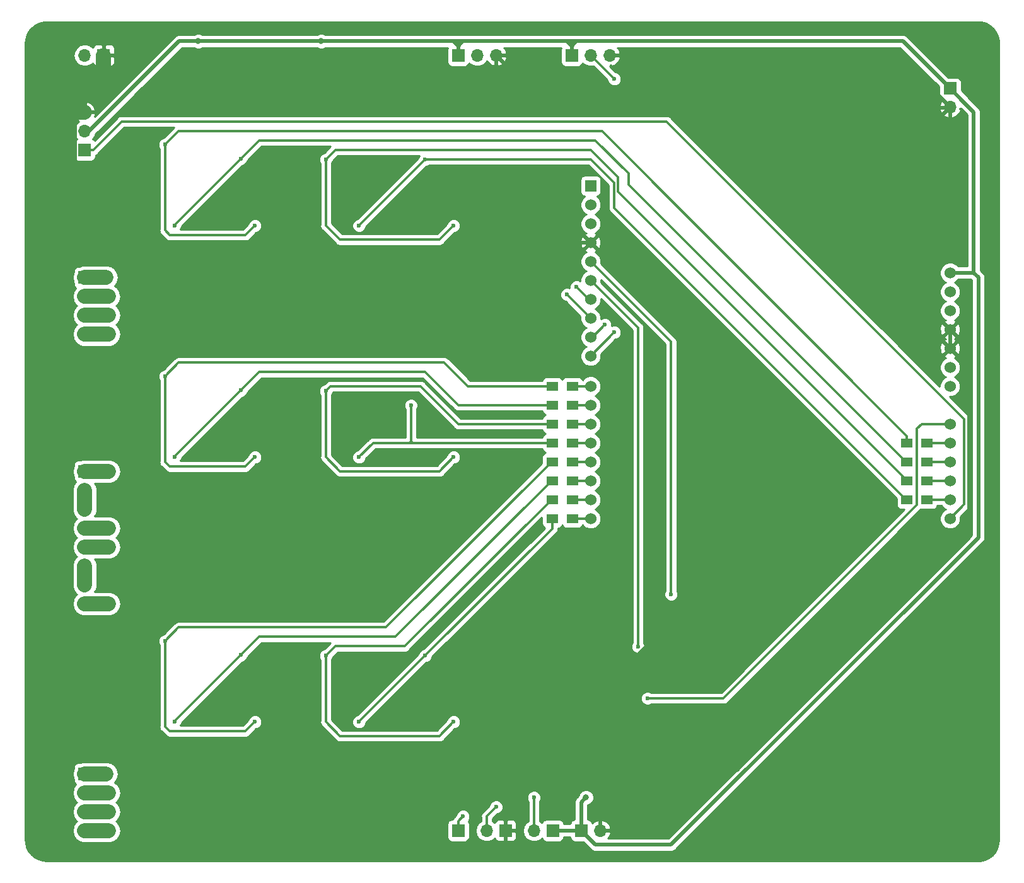
<source format=gbr>
G04 #@! TF.GenerationSoftware,KiCad,Pcbnew,(5.0.1)-3*
G04 #@! TF.CreationDate,2019-12-19T09:37:45+04:00*
G04 #@! TF.ProjectId,Roboarm,526F626F61726D2E6B696361645F7063,rev?*
G04 #@! TF.SameCoordinates,Original*
G04 #@! TF.FileFunction,Copper,L2,Bot,Signal*
G04 #@! TF.FilePolarity,Positive*
%FSLAX46Y46*%
G04 Gerber Fmt 4.6, Leading zero omitted, Abs format (unit mm)*
G04 Created by KiCad (PCBNEW (5.0.1)-3) date 19.12.2019 09:37:45*
%MOMM*%
%LPD*%
G01*
G04 APERTURE LIST*
G04 #@! TA.AperFunction,ComponentPad*
%ADD10R,1.524000X1.524000*%
G04 #@! TD*
G04 #@! TA.AperFunction,ComponentPad*
%ADD11C,1.524000*%
G04 #@! TD*
G04 #@! TA.AperFunction,ComponentPad*
%ADD12O,1.700000X1.700000*%
G04 #@! TD*
G04 #@! TA.AperFunction,ComponentPad*
%ADD13R,1.700000X1.700000*%
G04 #@! TD*
G04 #@! TA.AperFunction,SMDPad,CuDef*
%ADD14R,1.500000X1.300000*%
G04 #@! TD*
G04 #@! TA.AperFunction,ViaPad*
%ADD15C,0.800000*%
G04 #@! TD*
G04 #@! TA.AperFunction,ViaPad*
%ADD16C,1.600000*%
G04 #@! TD*
G04 #@! TA.AperFunction,ViaPad*
%ADD17C,0.600000*%
G04 #@! TD*
G04 #@! TA.AperFunction,Conductor*
%ADD18C,0.500000*%
G04 #@! TD*
G04 #@! TA.AperFunction,Conductor*
%ADD19C,2.000000*%
G04 #@! TD*
G04 #@! TA.AperFunction,Conductor*
%ADD20C,0.300000*%
G04 #@! TD*
G04 #@! TA.AperFunction,Conductor*
%ADD21C,0.254000*%
G04 #@! TD*
G04 APERTURE END LIST*
D10*
G04 #@! TO.P,MCU1,1*
G04 #@! TO.N,Net-(MCU1-Pad1)*
X146050000Y-58166000D03*
D11*
G04 #@! TO.P,MCU1,2*
G04 #@! TO.N,Net-(MCU1-Pad2)*
X146050000Y-60706000D03*
G04 #@! TO.P,MCU1,3*
G04 #@! TO.N,Net-(MCU1-Pad3)*
X146050000Y-63246000D03*
G04 #@! TO.P,MCU1,4*
G04 #@! TO.N,GND*
X146050000Y-65786000D03*
G04 #@! TO.P,MCU1,5*
G04 #@! TO.N,/Ultrasonic_distancer/Ultrasonic_Out*
X146050000Y-68326000D03*
G04 #@! TO.P,MCU1,6*
G04 #@! TO.N,/Collision_detector/Interrupt*
X146050000Y-70866000D03*
G04 #@! TO.P,MCU1,7*
G04 #@! TO.N,Net-(MCU1-Pad7)*
X146050000Y-73406000D03*
G04 #@! TO.P,MCU1,8*
G04 #@! TO.N,Net-(MCU1-Pad8)*
X146050000Y-75946000D03*
G04 #@! TO.P,MCU1,9*
G04 #@! TO.N,Net-(MCU1-Pad9)*
X146050000Y-78486000D03*
G04 #@! TO.P,MCU1,10*
G04 #@! TO.N,Net-(MCU1-Pad10)*
X146050000Y-81026000D03*
G04 #@! TO.P,MCU1,11*
G04 #@! TO.N,Net-(MCU1-Pad11)*
X146050000Y-85090000D03*
G04 #@! TO.P,MCU1,12*
G04 #@! TO.N,Net-(MCU1-Pad12)*
X146050000Y-87630000D03*
G04 #@! TO.P,MCU1,13*
G04 #@! TO.N,Net-(MCU1-Pad13)*
X146050000Y-90170000D03*
G04 #@! TO.P,MCU1,14*
G04 #@! TO.N,Net-(MCU1-Pad14)*
X146050000Y-92710000D03*
G04 #@! TO.P,MCU1,15*
G04 #@! TO.N,Net-(MCU1-Pad15)*
X146050000Y-95250000D03*
G04 #@! TO.P,MCU1,16*
G04 #@! TO.N,Net-(MCU1-Pad16)*
X146050000Y-97790000D03*
G04 #@! TO.P,MCU1,17*
G04 #@! TO.N,Net-(MCU1-Pad17)*
X146050000Y-100330000D03*
G04 #@! TO.P,MCU1,18*
G04 #@! TO.N,Net-(MCU1-Pad18)*
X146050000Y-102870000D03*
G04 #@! TO.P,MCU1,20*
G04 #@! TO.N,+5V*
X194310000Y-69850000D03*
G04 #@! TO.P,MCU1,21*
G04 #@! TO.N,Net-(MCU1-Pad21)*
X194310000Y-72390000D03*
G04 #@! TO.P,MCU1,22*
G04 #@! TO.N,Net-(MCU1-Pad22)*
X194310000Y-74930000D03*
G04 #@! TO.P,MCU1,23*
G04 #@! TO.N,GND*
X194310000Y-77470000D03*
G04 #@! TO.P,MCU1,24*
X194310000Y-80010000D03*
G04 #@! TO.P,MCU1,25*
G04 #@! TO.N,Net-(MCU1-Pad25)*
X194310000Y-82550000D03*
G04 #@! TO.P,MCU1,26*
G04 #@! TO.N,Net-(MCU1-Pad26)*
X194310000Y-85090000D03*
G04 #@! TO.P,MCU1,27*
G04 #@! TO.N,/Ultrasonic_distancer/Ultrasonic_PWM*
X194310000Y-90170000D03*
G04 #@! TO.P,MCU1,28*
G04 #@! TO.N,Net-(MCU1-Pad28)*
X194310000Y-92710000D03*
G04 #@! TO.P,MCU1,29*
G04 #@! TO.N,Net-(MCU1-Pad29)*
X194310000Y-95250000D03*
G04 #@! TO.P,MCU1,30*
G04 #@! TO.N,Net-(MCU1-Pad30)*
X194310000Y-97790000D03*
G04 #@! TO.P,MCU1,31*
G04 #@! TO.N,Net-(MCU1-Pad31)*
X194310000Y-100330000D03*
G04 #@! TO.P,MCU1,32*
G04 #@! TO.N,Net-(M4-Pad1)*
X194310000Y-102870000D03*
G04 #@! TD*
D12*
G04 #@! TO.P,J3,2*
G04 #@! TO.N,GND*
X194310000Y-47625000D03*
D13*
G04 #@! TO.P,J3,1*
G04 #@! TO.N,+5V*
X194310000Y-45085000D03*
G04 #@! TD*
D12*
G04 #@! TO.P,MC1,2*
G04 #@! TO.N,Net-(C2-Pad1)*
X132080000Y-144780000D03*
D13*
G04 #@! TO.P,MC1,1*
G04 #@! TO.N,GND*
X134620000Y-144780000D03*
G04 #@! TD*
D12*
G04 #@! TO.P,M3,4*
G04 #@! TO.N,Net-(M3-Pad4)*
X78105000Y-144780000D03*
G04 #@! TO.P,M3,3*
G04 #@! TO.N,Net-(M3-Pad3)*
X78105000Y-142240000D03*
G04 #@! TO.P,M3,2*
G04 #@! TO.N,Net-(M3-Pad2)*
X78105000Y-139700000D03*
D13*
G04 #@! TO.P,M3,1*
G04 #@! TO.N,Net-(M3-Pad1)*
X78105000Y-137160000D03*
G04 #@! TD*
G04 #@! TO.P,J1,1*
G04 #@! TO.N,+5V*
X144780000Y-144780000D03*
D12*
G04 #@! TO.P,J1,2*
G04 #@! TO.N,GND*
X147320000Y-144780000D03*
G04 #@! TD*
G04 #@! TO.P,J2,2*
G04 #@! TO.N,/+2V*
X78105000Y-40640000D03*
D13*
G04 #@! TO.P,J2,1*
G04 #@! TO.N,GND*
X80645000Y-40640000D03*
G04 #@! TD*
G04 #@! TO.P,J7,1*
G04 #@! TO.N,Net-(J7-Pad1)*
X128270000Y-144780000D03*
G04 #@! TD*
D12*
G04 #@! TO.P,M4,3*
G04 #@! TO.N,GND*
X78105000Y-48260000D03*
G04 #@! TO.P,M4,2*
G04 #@! TO.N,+5V*
X78105000Y-50800000D03*
D13*
G04 #@! TO.P,M4,1*
G04 #@! TO.N,Net-(M4-Pad1)*
X78105000Y-53340000D03*
G04 #@! TD*
D12*
G04 #@! TO.P,M2,8*
G04 #@! TO.N,Net-(M2-Pad8)*
X78105000Y-114300000D03*
G04 #@! TO.P,M2,7*
G04 #@! TO.N,Net-(M2-Pad6)*
X78105000Y-111760000D03*
G04 #@! TO.P,M2,6*
X78105000Y-109220000D03*
G04 #@! TO.P,M2,5*
G04 #@! TO.N,Net-(M2-Pad5)*
X78105000Y-106680000D03*
G04 #@! TO.P,M2,4*
G04 #@! TO.N,Net-(M2-Pad4)*
X78105000Y-104140000D03*
G04 #@! TO.P,M2,3*
G04 #@! TO.N,Net-(M2-Pad2)*
X78105000Y-101600000D03*
G04 #@! TO.P,M2,2*
X78105000Y-99060000D03*
D13*
G04 #@! TO.P,M2,1*
G04 #@! TO.N,Net-(M2-Pad1)*
X78105000Y-96520000D03*
G04 #@! TD*
G04 #@! TO.P,M1,1*
G04 #@! TO.N,Net-(M1-Pad1)*
X78105000Y-70485000D03*
D12*
G04 #@! TO.P,M1,2*
G04 #@! TO.N,Net-(M1-Pad2)*
X78105000Y-73025000D03*
G04 #@! TO.P,M1,3*
G04 #@! TO.N,Net-(M1-Pad3)*
X78105000Y-75565000D03*
G04 #@! TO.P,M1,4*
G04 #@! TO.N,Net-(M1-Pad4)*
X78105000Y-78105000D03*
G04 #@! TD*
D14*
G04 #@! TO.P,R8,2*
G04 #@! TO.N,Net-(MCU1-Pad28)*
X191215000Y-92710000D03*
G04 #@! TO.P,R8,1*
G04 #@! TO.N,/StepMotorBase/A*
X188515000Y-92710000D03*
G04 #@! TD*
G04 #@! TO.P,R9,2*
G04 #@! TO.N,Net-(MCU1-Pad29)*
X191215000Y-95250000D03*
G04 #@! TO.P,R9,1*
G04 #@! TO.N,/StepMotorBase/B*
X188515000Y-95250000D03*
G04 #@! TD*
G04 #@! TO.P,R10,2*
G04 #@! TO.N,Net-(MCU1-Pad30)*
X191215000Y-97790000D03*
G04 #@! TO.P,R10,1*
G04 #@! TO.N,/StepMotorBase/C*
X188515000Y-97790000D03*
G04 #@! TD*
G04 #@! TO.P,R11,1*
G04 #@! TO.N,/StepMotorBase/D*
X188515000Y-100330000D03*
G04 #@! TO.P,R11,2*
G04 #@! TO.N,Net-(MCU1-Pad31)*
X191215000Y-100330000D03*
G04 #@! TD*
G04 #@! TO.P,R12,1*
G04 #@! TO.N,/StepMotorShoulder/A*
X140890000Y-85090000D03*
G04 #@! TO.P,R12,2*
G04 #@! TO.N,Net-(MCU1-Pad11)*
X143590000Y-85090000D03*
G04 #@! TD*
G04 #@! TO.P,R13,2*
G04 #@! TO.N,Net-(MCU1-Pad12)*
X143590000Y-87630000D03*
G04 #@! TO.P,R13,1*
G04 #@! TO.N,/StepMotorShoulder/B*
X140890000Y-87630000D03*
G04 #@! TD*
G04 #@! TO.P,R14,1*
G04 #@! TO.N,/StepMotorShoulder/C*
X140890000Y-90170000D03*
G04 #@! TO.P,R14,2*
G04 #@! TO.N,Net-(MCU1-Pad13)*
X143590000Y-90170000D03*
G04 #@! TD*
G04 #@! TO.P,R15,2*
G04 #@! TO.N,Net-(MCU1-Pad14)*
X143590000Y-92710000D03*
G04 #@! TO.P,R15,1*
G04 #@! TO.N,/StepMotorShoulder/D*
X140890000Y-92710000D03*
G04 #@! TD*
G04 #@! TO.P,R16,2*
G04 #@! TO.N,Net-(MCU1-Pad15)*
X143590000Y-95250000D03*
G04 #@! TO.P,R16,1*
G04 #@! TO.N,/StepMotorElbow/A*
X140890000Y-95250000D03*
G04 #@! TD*
G04 #@! TO.P,R17,1*
G04 #@! TO.N,/StepMotorElbow/B*
X140890000Y-97790000D03*
G04 #@! TO.P,R17,2*
G04 #@! TO.N,Net-(MCU1-Pad16)*
X143590000Y-97790000D03*
G04 #@! TD*
G04 #@! TO.P,R18,2*
G04 #@! TO.N,Net-(MCU1-Pad17)*
X143590000Y-100330000D03*
G04 #@! TO.P,R18,1*
G04 #@! TO.N,/StepMotorElbow/C*
X140890000Y-100330000D03*
G04 #@! TD*
G04 #@! TO.P,R19,1*
G04 #@! TO.N,/StepMotorElbow/D*
X140890000Y-102870000D03*
G04 #@! TO.P,R19,2*
G04 #@! TO.N,Net-(MCU1-Pad18)*
X143590000Y-102870000D03*
G04 #@! TD*
D13*
G04 #@! TO.P,LS1,1*
G04 #@! TO.N,+5V*
X140970000Y-144780000D03*
D12*
G04 #@! TO.P,LS1,2*
G04 #@! TO.N,Net-(D1-Pad2)*
X138430000Y-144780000D03*
G04 #@! TD*
G04 #@! TO.P,SW3,3*
G04 #@! TO.N,GND*
X133350000Y-40640000D03*
G04 #@! TO.P,SW3,2*
G04 #@! TO.N,Net-(MCU1-Pad9)*
X130810000Y-40640000D03*
D13*
G04 #@! TO.P,SW3,1*
G04 #@! TO.N,+5V*
X128270000Y-40640000D03*
G04 #@! TD*
G04 #@! TO.P,SW4,1*
G04 #@! TO.N,+5V*
X143510000Y-40640000D03*
D12*
G04 #@! TO.P,SW4,2*
G04 #@! TO.N,Net-(MCU1-Pad10)*
X146050000Y-40640000D03*
G04 #@! TO.P,SW4,3*
G04 #@! TO.N,GND*
X148590000Y-40640000D03*
G04 #@! TD*
D15*
G04 #@! TO.N,+5V*
X145415000Y-140335000D03*
X93345000Y-38735000D03*
X109855000Y-38735000D03*
D16*
G04 #@! TO.N,GND*
X85090000Y-101560000D03*
X100965000Y-103505000D03*
X85090000Y-101560000D03*
X113665000Y-103505000D03*
X127000000Y-103505000D03*
X100965000Y-72390000D03*
X113665000Y-72390000D03*
X85090000Y-70445000D03*
X85090000Y-70445000D03*
X127000000Y-72390000D03*
X127000000Y-139065000D03*
X85090000Y-137120000D03*
X85090000Y-137120000D03*
X113665000Y-139065000D03*
X100965000Y-139065000D03*
D15*
X153670000Y-118214990D03*
X165735000Y-136525000D03*
D17*
G04 #@! TO.N,Net-(C2-Pad1)*
X133350000Y-141605000D03*
G04 #@! TO.N,/Ultrasonic_distancer/Ultrasonic_Out*
X156845000Y-113030000D03*
G04 #@! TO.N,Net-(D1-Pad2)*
X138430000Y-140335000D03*
G04 #@! TO.N,/Collision_detector/Interrupt*
X152400000Y-120060000D03*
G04 #@! TO.N,/Ultrasonic_distancer/Ultrasonic_PWM*
X153670000Y-127000000D03*
G04 #@! TO.N,Net-(J7-Pad1)*
X128905000Y-142875000D03*
D16*
G04 #@! TO.N,Net-(M2-Pad8)*
X81280000Y-114300000D03*
G04 #@! TO.N,Net-(M2-Pad5)*
X81280000Y-106680000D03*
G04 #@! TO.N,Net-(M2-Pad4)*
X81280000Y-104140000D03*
G04 #@! TO.N,Net-(M2-Pad1)*
X81280000Y-96520000D03*
G04 #@! TO.N,Net-(M3-Pad4)*
X81280000Y-144780000D03*
G04 #@! TO.N,Net-(M3-Pad3)*
X81280000Y-142240000D03*
G04 #@! TO.N,Net-(M3-Pad2)*
X81280000Y-139700000D03*
G04 #@! TO.N,Net-(M3-Pad1)*
X80955000Y-137160000D03*
D17*
G04 #@! TO.N,/StepMotorElbow/C*
X127635000Y-130175000D03*
X110490000Y-121285000D03*
G04 #@! TO.N,/StepMotorElbow/D*
X114935000Y-130175000D03*
X123825000Y-121285000D03*
G04 #@! TO.N,/StepMotorElbow/A*
X100965000Y-130175000D03*
X88900000Y-119305000D03*
G04 #@! TO.N,/StepMotorElbow/B*
X90170000Y-130175000D03*
X99060000Y-121210000D03*
G04 #@! TO.N,/StepMotorShoulder/C*
X110490000Y-85725000D03*
X127635000Y-94615000D03*
G04 #@! TO.N,/StepMotorShoulder/D*
X114935000Y-94615000D03*
X121920000Y-87630000D03*
G04 #@! TO.N,/StepMotorShoulder/A*
X100965000Y-94615000D03*
X88900000Y-83745000D03*
G04 #@! TO.N,/StepMotorShoulder/B*
X99060000Y-85650000D03*
X90170000Y-94615000D03*
D16*
G04 #@! TO.N,Net-(M1-Pad3)*
X81280000Y-75565000D03*
G04 #@! TO.N,Net-(M1-Pad2)*
X81280000Y-73025000D03*
G04 #@! TO.N,Net-(M1-Pad1)*
X80955000Y-70485000D03*
G04 #@! TO.N,Net-(M1-Pad4)*
X81280000Y-78105000D03*
D17*
G04 #@! TO.N,Net-(MCU1-Pad7)*
X144145000Y-71755000D03*
G04 #@! TO.N,Net-(MCU1-Pad8)*
X142875000Y-72771000D03*
X142875000Y-72771000D03*
G04 #@! TO.N,Net-(MCU1-Pad9)*
X147955000Y-76835000D03*
G04 #@! TO.N,Net-(MCU1-Pad10)*
X149225000Y-43815000D03*
X149225000Y-77851000D03*
G04 #@! TO.N,/StepMotorBase/C*
X110490000Y-54610000D03*
X127635000Y-63500000D03*
G04 #@! TO.N,/StepMotorBase/D*
X123825000Y-54610000D03*
X114935000Y-63500000D03*
G04 #@! TO.N,/StepMotorBase/A*
X100965000Y-63500000D03*
X88900000Y-52630000D03*
G04 #@! TO.N,/StepMotorBase/B*
X90170000Y-63500000D03*
X99060000Y-54535000D03*
G04 #@! TD*
D18*
G04 #@! TO.N,+5V*
X140970000Y-144780000D02*
X144780000Y-144780000D01*
X144780000Y-144780000D02*
X146685000Y-146685000D01*
X144780000Y-140970000D02*
X144780000Y-144780000D01*
X146685000Y-146685000D02*
X149225000Y-146685000D01*
X149225000Y-146685000D02*
X149860000Y-146685000D01*
X78105000Y-51435000D02*
X84455000Y-45085000D01*
X145415000Y-140335000D02*
X144780000Y-140970000D01*
X84455000Y-45085000D02*
X90805000Y-38735000D01*
X187960000Y-38735000D02*
X194310000Y-45085000D01*
X90805000Y-38735000D02*
X93345000Y-38735000D01*
X93345000Y-38735000D02*
X109855000Y-38735000D01*
X128270000Y-39370000D02*
X127635000Y-38735000D01*
X127635000Y-38735000D02*
X128270000Y-38735000D01*
X109855000Y-38735000D02*
X127635000Y-38735000D01*
X128270000Y-39370000D02*
X128270000Y-38735000D01*
X128270000Y-40640000D02*
X128270000Y-39370000D01*
X128270000Y-39370000D02*
X128905000Y-38735000D01*
X128270000Y-38735000D02*
X128905000Y-38735000D01*
X143510000Y-39370000D02*
X142875000Y-38735000D01*
X142875000Y-38735000D02*
X143510000Y-38735000D01*
X128905000Y-38735000D02*
X142875000Y-38735000D01*
X143510000Y-39370000D02*
X143510000Y-38735000D01*
X143510000Y-40640000D02*
X143510000Y-39370000D01*
X143510000Y-39370000D02*
X144145000Y-38735000D01*
X143510000Y-38735000D02*
X144145000Y-38735000D01*
X144145000Y-38735000D02*
X187960000Y-38735000D01*
X197485000Y-48260000D02*
X196215000Y-46990000D01*
X196215000Y-46990000D02*
X194310000Y-45085000D01*
X194310000Y-69850000D02*
X197485000Y-69850000D01*
X197485000Y-69850000D02*
X197485000Y-48260000D01*
X198120000Y-70485000D02*
X197485000Y-69850000D01*
X198120000Y-105410000D02*
X198120000Y-70485000D01*
X149225000Y-146685000D02*
X156845000Y-146685000D01*
X156845000Y-146685000D02*
X198120000Y-105410000D01*
D19*
G04 #@! TO.N,GND*
X100965000Y-103505000D02*
X87035000Y-103505000D01*
X87035000Y-103505000D02*
X85090000Y-101560000D01*
X100965000Y-103505000D02*
X113665000Y-103505000D01*
X127000000Y-103505000D02*
X113665000Y-103505000D01*
X127000000Y-72390000D02*
X113665000Y-72390000D01*
X100965000Y-72390000D02*
X87035000Y-72390000D01*
X87035000Y-72390000D02*
X85090000Y-70445000D01*
X100965000Y-72390000D02*
X113665000Y-72390000D01*
X85090000Y-101560000D02*
X85090000Y-70445000D01*
X100965000Y-139065000D02*
X87035000Y-139065000D01*
X87035000Y-139065000D02*
X85090000Y-137120000D01*
X127000000Y-139065000D02*
X113665000Y-139065000D01*
X100965000Y-139065000D02*
X113665000Y-139065000D01*
X85090000Y-137120000D02*
X85090000Y-101560000D01*
X76902919Y-48260000D02*
X78105000Y-48260000D01*
X76054999Y-49107920D02*
X76902919Y-48260000D01*
X76054999Y-60278629D02*
X76054999Y-49107920D01*
X85090000Y-69313630D02*
X76054999Y-60278629D01*
X85090000Y-70445000D02*
X85090000Y-69313630D01*
D18*
X133604000Y-65786000D02*
X146050000Y-65786000D01*
X127000000Y-72390000D02*
X133604000Y-65786000D01*
D19*
X76054999Y-48080001D02*
X76054999Y-49107920D01*
X80645000Y-40640000D02*
X80645000Y-43490000D01*
D18*
X147320000Y-143577919D02*
X147320000Y-144780000D01*
X147320000Y-140981998D02*
X147320000Y-143577919D01*
X135255000Y-142795000D02*
X135255000Y-139065000D01*
X134620000Y-143430000D02*
X135255000Y-142795000D01*
X134620000Y-144780000D02*
X134620000Y-143430000D01*
X127000000Y-139065000D02*
X135255000Y-139065000D01*
X135255000Y-139065000D02*
X145403002Y-139065000D01*
X194310000Y-47625000D02*
X187325000Y-40640000D01*
X154305000Y-45720000D02*
X159385000Y-40640000D01*
X138430000Y-45720000D02*
X154305000Y-45720000D01*
X133350000Y-40640000D02*
X138430000Y-45720000D01*
X187325000Y-40640000D02*
X159385000Y-40640000D01*
X159385000Y-40640000D02*
X148590000Y-40640000D01*
X147320000Y-140981998D02*
X147320000Y-139065000D01*
X147320000Y-139065000D02*
X145403002Y-139065000D01*
X194310000Y-80010000D02*
X194310000Y-77470000D01*
X193460001Y-48474999D02*
X194310000Y-47625000D01*
X192405000Y-49530000D02*
X193460001Y-48474999D01*
X192405000Y-75565000D02*
X192405000Y-49530000D01*
X194310000Y-77470000D02*
X192405000Y-75565000D01*
X196850000Y-82550000D02*
X194310000Y-80010000D01*
X196850000Y-105410000D02*
X196850000Y-82550000D01*
X154497370Y-139065000D02*
X163195000Y-139065000D01*
X167640000Y-134620000D02*
X196850000Y-105410000D01*
X153670000Y-119900002D02*
X153670000Y-118214990D01*
X152400000Y-121170002D02*
X153670000Y-119900002D01*
X152400000Y-139065000D02*
X152400000Y-121170002D01*
X152400000Y-139065000D02*
X147320000Y-139065000D01*
X154497370Y-139065000D02*
X152400000Y-139065000D01*
X166370000Y-135890000D02*
X167640000Y-134620000D01*
X163195000Y-139065000D02*
X166370000Y-135890000D01*
D19*
X80645000Y-43490000D02*
X76054999Y-48080001D01*
D20*
G04 #@! TO.N,Net-(C2-Pad1)*
X132080000Y-144780000D02*
X132080000Y-142875000D01*
X132080000Y-142875000D02*
X133350000Y-141605000D01*
G04 #@! TO.N,/Ultrasonic_distancer/Ultrasonic_Out*
X156845000Y-113030000D02*
X156845000Y-79121000D01*
X146050000Y-68326000D02*
X156845000Y-79121000D01*
G04 #@! TO.N,Net-(D1-Pad2)*
X138430000Y-144780000D02*
X138430000Y-140335000D01*
G04 #@! TO.N,/Collision_detector/Interrupt*
X152400000Y-118745000D02*
X152400000Y-77216000D01*
X152400000Y-77216000D02*
X146050000Y-70866000D01*
X152400000Y-118745000D02*
X152400000Y-120060000D01*
G04 #@! TO.N,/Ultrasonic_distancer/Ultrasonic_PWM*
X154094264Y-127000000D02*
X153670000Y-127000000D01*
X163875002Y-127000000D02*
X154094264Y-127000000D01*
X189865000Y-101010002D02*
X163875002Y-127000000D01*
X189865000Y-90805000D02*
X189865000Y-101010002D01*
X190500000Y-90170000D02*
X189865000Y-90805000D01*
X194310000Y-90170000D02*
X190500000Y-90170000D01*
G04 #@! TO.N,Net-(J7-Pad1)*
X128270000Y-144780000D02*
X128270000Y-143510000D01*
X128270000Y-143510000D02*
X128905000Y-142875000D01*
D19*
G04 #@! TO.N,Net-(M2-Pad8)*
X78105000Y-114300000D02*
X81280000Y-114300000D01*
G04 #@! TO.N,Net-(M2-Pad6)*
X78105000Y-109220000D02*
X78105000Y-111760000D01*
G04 #@! TO.N,Net-(M2-Pad5)*
X78105000Y-106680000D02*
X81280000Y-106680000D01*
G04 #@! TO.N,Net-(M2-Pad4)*
X78105000Y-104140000D02*
X81280000Y-104140000D01*
G04 #@! TO.N,Net-(M2-Pad2)*
X78105000Y-99060000D02*
X78105000Y-101600000D01*
G04 #@! TO.N,Net-(M2-Pad1)*
X78105000Y-96520000D02*
X81280000Y-96520000D01*
G04 #@! TO.N,Net-(M3-Pad4)*
X78105000Y-144780000D02*
X81280000Y-144780000D01*
G04 #@! TO.N,Net-(M3-Pad3)*
X78105000Y-142240000D02*
X81280000Y-142240000D01*
G04 #@! TO.N,Net-(M3-Pad2)*
X78105000Y-139700000D02*
X81280000Y-139700000D01*
G04 #@! TO.N,Net-(M3-Pad1)*
X78105000Y-137160000D02*
X80955000Y-137160000D01*
D20*
G04 #@! TO.N,/StepMotorElbow/C*
X110490000Y-121285000D02*
X110490000Y-130175000D01*
X125730000Y-132080000D02*
X127635000Y-130175000D01*
X112395000Y-132080000D02*
X125730000Y-132080000D01*
X110490000Y-130175000D02*
X112395000Y-132080000D01*
X110490000Y-121285000D02*
X111760000Y-120015000D01*
X121105000Y-120015000D02*
X120650000Y-120015000D01*
X140790000Y-100330000D02*
X121105000Y-120015000D01*
X140890000Y-100330000D02*
X140790000Y-100330000D01*
X111760000Y-120015000D02*
X120650000Y-120015000D01*
G04 #@! TO.N,/StepMotorElbow/D*
X114935000Y-130175000D02*
X123825000Y-121285000D01*
X140890000Y-104220000D02*
X123825000Y-121285000D01*
X140890000Y-102870000D02*
X140890000Y-104220000D01*
G04 #@! TO.N,/StepMotorElbow/A*
X88900000Y-120575000D02*
X88900000Y-119305000D01*
X89535000Y-131445000D02*
X88900000Y-130810000D01*
X88900000Y-130810000D02*
X88900000Y-120575000D01*
X100965000Y-130175000D02*
X99695000Y-131445000D01*
X99695000Y-131445000D02*
X89535000Y-131445000D01*
X88900000Y-119305000D02*
X90730000Y-117475000D01*
X118565000Y-117475000D02*
X118110000Y-117475000D01*
X140790000Y-95250000D02*
X118565000Y-117475000D01*
X140890000Y-95250000D02*
X140790000Y-95250000D01*
X90730000Y-117475000D02*
X118110000Y-117475000D01*
G04 #@! TO.N,/StepMotorElbow/B*
X90170000Y-130100000D02*
X90170000Y-130175000D01*
X99060000Y-121210000D02*
X90170000Y-130100000D01*
X101525000Y-118745000D02*
X99060000Y-121210000D01*
X119835000Y-118745000D02*
X119380000Y-118745000D01*
X140790000Y-97790000D02*
X119835000Y-118745000D01*
X140890000Y-97790000D02*
X140790000Y-97790000D01*
X119380000Y-118745000D02*
X101525000Y-118745000D01*
G04 #@! TO.N,/StepMotorShoulder/C*
X110490000Y-85725000D02*
X110490000Y-94615000D01*
X110490000Y-94615000D02*
X112395000Y-96520000D01*
X112395000Y-96520000D02*
X125730000Y-96520000D01*
X125730000Y-96520000D02*
X127635000Y-94615000D01*
X140890000Y-90170000D02*
X128270000Y-90170000D01*
X128270000Y-90170000D02*
X123190000Y-85090000D01*
X111125000Y-85090000D02*
X110490000Y-85725000D01*
X123190000Y-85090000D02*
X111125000Y-85090000D01*
G04 #@! TO.N,/StepMotorShoulder/D*
X114935000Y-94615000D02*
X116840000Y-92710000D01*
X121666000Y-92710000D02*
X121920000Y-92456000D01*
X121920000Y-92456000D02*
X121920000Y-92710000D01*
X121920000Y-87630000D02*
X121920000Y-92456000D01*
X121666000Y-92710000D02*
X116840000Y-92710000D01*
X121920000Y-92456000D02*
X122174000Y-92710000D01*
X140890000Y-92710000D02*
X122174000Y-92710000D01*
X122174000Y-92710000D02*
X121666000Y-92710000D01*
G04 #@! TO.N,/StepMotorShoulder/A*
X100965000Y-94615000D02*
X99695000Y-95885000D01*
X88900000Y-95250000D02*
X88900000Y-85015000D01*
X99695000Y-95885000D02*
X89535000Y-95885000D01*
X88900000Y-85015000D02*
X88900000Y-83745000D01*
X89535000Y-95885000D02*
X88900000Y-95250000D01*
X90730000Y-81915000D02*
X88900000Y-83745000D01*
X126365000Y-81915000D02*
X90730000Y-81915000D01*
X140890000Y-85090000D02*
X129540000Y-85090000D01*
X129540000Y-85090000D02*
X126365000Y-81915000D01*
G04 #@! TO.N,/StepMotorShoulder/B*
X99060000Y-85650000D02*
X90170000Y-94540000D01*
X90170000Y-94540000D02*
X90170000Y-94615000D01*
X101525000Y-83185000D02*
X99060000Y-85650000D01*
X123825000Y-83185000D02*
X101525000Y-83185000D01*
X140890000Y-87630000D02*
X128270000Y-87630000D01*
X128270000Y-87630000D02*
X123825000Y-83185000D01*
D19*
G04 #@! TO.N,Net-(M1-Pad3)*
X78105000Y-75565000D02*
X81280000Y-75565000D01*
G04 #@! TO.N,Net-(M1-Pad2)*
X78105000Y-73025000D02*
X81280000Y-73025000D01*
G04 #@! TO.N,Net-(M1-Pad1)*
X78105000Y-70485000D02*
X80955000Y-70485000D01*
G04 #@! TO.N,Net-(M1-Pad4)*
X78105000Y-78105000D02*
X81280000Y-78105000D01*
D20*
G04 #@! TO.N,Net-(M4-Pad1)*
X78105000Y-53340000D02*
X79255000Y-53340000D01*
X79255000Y-53340000D02*
X83065000Y-49530000D01*
X156210000Y-49530000D02*
X155575000Y-49530000D01*
X196215000Y-89535000D02*
X156210000Y-49530000D01*
X196215000Y-100965000D02*
X196215000Y-89535000D01*
X194310000Y-102870000D02*
X196215000Y-100965000D01*
X83065000Y-49530000D02*
X155575000Y-49530000D01*
G04 #@! TO.N,Net-(MCU1-Pad7)*
X145796000Y-73406000D02*
X144145000Y-71755000D01*
X146050000Y-73406000D02*
X145796000Y-73406000D01*
G04 #@! TO.N,Net-(MCU1-Pad8)*
X146050000Y-75946000D02*
X142875000Y-72771000D01*
G04 #@! TO.N,Net-(MCU1-Pad9)*
X146304000Y-78486000D02*
X147955000Y-76835000D01*
X146050000Y-78486000D02*
X146304000Y-78486000D01*
X147955000Y-76835000D02*
X147955000Y-76835000D01*
G04 #@! TO.N,Net-(MCU1-Pad10)*
X146050000Y-81026000D02*
X149225000Y-77851000D01*
X146050000Y-40640000D02*
X149225000Y-43815000D01*
X149225000Y-77851000D02*
X149225000Y-77851000D01*
G04 #@! TO.N,Net-(MCU1-Pad11)*
X146050000Y-85090000D02*
X143590000Y-85090000D01*
G04 #@! TO.N,Net-(MCU1-Pad12)*
X143590000Y-87630000D02*
X146050000Y-87630000D01*
G04 #@! TO.N,Net-(MCU1-Pad13)*
X146050000Y-90170000D02*
X143590000Y-90170000D01*
G04 #@! TO.N,Net-(MCU1-Pad14)*
X143590000Y-92710000D02*
X146050000Y-92710000D01*
G04 #@! TO.N,Net-(MCU1-Pad15)*
X146050000Y-95250000D02*
X143590000Y-95250000D01*
G04 #@! TO.N,Net-(MCU1-Pad16)*
X143590000Y-97790000D02*
X146050000Y-97790000D01*
G04 #@! TO.N,Net-(MCU1-Pad17)*
X146050000Y-100330000D02*
X143590000Y-100330000D01*
G04 #@! TO.N,Net-(MCU1-Pad18)*
X143590000Y-102870000D02*
X146050000Y-102870000D01*
G04 #@! TO.N,Net-(MCU1-Pad29)*
X194310000Y-95250000D02*
X191215000Y-95250000D01*
G04 #@! TO.N,Net-(MCU1-Pad30)*
X191215000Y-97790000D02*
X194310000Y-97790000D01*
G04 #@! TO.N,/StepMotorBase/C*
X125730000Y-65405000D02*
X127635000Y-63500000D01*
X112395000Y-65405000D02*
X125730000Y-65405000D01*
X110490000Y-54610000D02*
X110490000Y-63500000D01*
X110490000Y-63500000D02*
X112395000Y-65405000D01*
X111760000Y-53340000D02*
X110490000Y-54610000D01*
X188515000Y-97790000D02*
X188415000Y-97790000D01*
X188515000Y-97790000D02*
X188515000Y-97710000D01*
X149725010Y-57015010D02*
X146050000Y-53340000D01*
X149725010Y-58920010D02*
X149725010Y-57015010D01*
X188515000Y-97710000D02*
X149725010Y-58920010D01*
X146050000Y-53340000D02*
X111760000Y-53340000D01*
G04 #@! TO.N,/StepMotorBase/D*
X114935000Y-63500000D02*
X123825000Y-54610000D01*
X123825000Y-54610000D02*
X130810000Y-54610000D01*
X130810000Y-54610000D02*
X130990000Y-54610000D01*
X188515000Y-100330000D02*
X188415000Y-100330000D01*
X188415000Y-100330000D02*
X149225000Y-61140000D01*
X149225000Y-57785000D02*
X146050000Y-54610000D01*
X149225000Y-61140000D02*
X149225000Y-57785000D01*
X146050000Y-54610000D02*
X130810000Y-54610000D01*
G04 #@! TO.N,/StepMotorBase/A*
X88900000Y-64135000D02*
X88900000Y-53900000D01*
X100965000Y-63500000D02*
X99695000Y-64770000D01*
X99695000Y-64770000D02*
X89535000Y-64770000D01*
X89535000Y-64770000D02*
X88900000Y-64135000D01*
X88900000Y-53900000D02*
X88900000Y-52630000D01*
X90730000Y-50800000D02*
X88900000Y-52630000D01*
X188515000Y-92710000D02*
X188415000Y-92710000D01*
X147555000Y-50800000D02*
X147320000Y-50800000D01*
X188515000Y-91760000D02*
X147555000Y-50800000D01*
X188515000Y-92710000D02*
X188515000Y-91760000D01*
X147320000Y-50800000D02*
X90730000Y-50800000D01*
G04 #@! TO.N,/StepMotorBase/B*
X99060000Y-54535000D02*
X90170000Y-63425000D01*
X90170000Y-63425000D02*
X90170000Y-63500000D01*
X101525000Y-52070000D02*
X99060000Y-54535000D01*
X188515000Y-95250000D02*
X188415000Y-95250000D01*
X188415000Y-95250000D02*
X151130000Y-57965000D01*
X151130000Y-56515000D02*
X146685000Y-52070000D01*
X151130000Y-57965000D02*
X151130000Y-56515000D01*
X146685000Y-52070000D02*
X101525000Y-52070000D01*
G04 #@! TO.N,Net-(MCU1-Pad31)*
X194310000Y-100330000D02*
X191215000Y-100330000D01*
G04 #@! TO.N,Net-(MCU1-Pad28)*
X191215000Y-92710000D02*
X194310000Y-92710000D01*
G04 #@! TD*
D21*
G04 #@! TO.N,GND*
G36*
X198574914Y-36199238D02*
X199126345Y-36372046D01*
X199631761Y-36652203D01*
X200070520Y-37028265D01*
X200424704Y-37484875D01*
X200679839Y-38003377D01*
X200829030Y-38576132D01*
X200865001Y-39043615D01*
X200865000Y-145942499D01*
X200800761Y-146574918D01*
X200627953Y-147126346D01*
X200347798Y-147631759D01*
X199971733Y-148070522D01*
X199515121Y-148424706D01*
X198996623Y-148679839D01*
X198423869Y-148829030D01*
X197956398Y-148865000D01*
X73057501Y-148865000D01*
X72425082Y-148800761D01*
X71873654Y-148627953D01*
X71368241Y-148347798D01*
X70929478Y-147971733D01*
X70575294Y-147515121D01*
X70320161Y-146996623D01*
X70170970Y-146423869D01*
X70135000Y-145956398D01*
X70135000Y-137160000D01*
X76437969Y-137160000D01*
X76564864Y-137797945D01*
X76607560Y-137861844D01*
X76607560Y-138010000D01*
X76656843Y-138257765D01*
X76797191Y-138467809D01*
X76911079Y-138543907D01*
X76564864Y-139062055D01*
X76437969Y-139700000D01*
X76564864Y-140337945D01*
X76926231Y-140878769D01*
X77062768Y-140970000D01*
X76926231Y-141061231D01*
X76564864Y-141602055D01*
X76437969Y-142240000D01*
X76564864Y-142877945D01*
X76926231Y-143418769D01*
X77062768Y-143510000D01*
X76926231Y-143601231D01*
X76564864Y-144142055D01*
X76437969Y-144780000D01*
X76564864Y-145417945D01*
X76926231Y-145958769D01*
X77467055Y-146320136D01*
X77943969Y-146415000D01*
X81441031Y-146415000D01*
X81917945Y-146320136D01*
X82458769Y-145958769D01*
X82820136Y-145417945D01*
X82947031Y-144780000D01*
X82820136Y-144142055D01*
X82678446Y-143930000D01*
X126772560Y-143930000D01*
X126772560Y-145630000D01*
X126821843Y-145877765D01*
X126962191Y-146087809D01*
X127172235Y-146228157D01*
X127420000Y-146277440D01*
X129120000Y-146277440D01*
X129367765Y-146228157D01*
X129577809Y-146087809D01*
X129718157Y-145877765D01*
X129767440Y-145630000D01*
X129767440Y-144780000D01*
X130565908Y-144780000D01*
X130681161Y-145359418D01*
X131009375Y-145850625D01*
X131500582Y-146178839D01*
X131933744Y-146265000D01*
X132226256Y-146265000D01*
X132659418Y-146178839D01*
X133150625Y-145850625D01*
X133165096Y-145828967D01*
X133231673Y-145989698D01*
X133410301Y-146168327D01*
X133643690Y-146265000D01*
X134334250Y-146265000D01*
X134493000Y-146106250D01*
X134493000Y-144907000D01*
X134747000Y-144907000D01*
X134747000Y-146106250D01*
X134905750Y-146265000D01*
X135596310Y-146265000D01*
X135829699Y-146168327D01*
X136008327Y-145989698D01*
X136105000Y-145756309D01*
X136105000Y-145065750D01*
X135946250Y-144907000D01*
X134747000Y-144907000D01*
X134493000Y-144907000D01*
X134473000Y-144907000D01*
X134473000Y-144653000D01*
X134493000Y-144653000D01*
X134493000Y-143453750D01*
X134747000Y-143453750D01*
X134747000Y-144653000D01*
X135946250Y-144653000D01*
X136105000Y-144494250D01*
X136105000Y-143803691D01*
X136008327Y-143570302D01*
X135829699Y-143391673D01*
X135596310Y-143295000D01*
X134905750Y-143295000D01*
X134747000Y-143453750D01*
X134493000Y-143453750D01*
X134334250Y-143295000D01*
X133643690Y-143295000D01*
X133410301Y-143391673D01*
X133231673Y-143570302D01*
X133165096Y-143731033D01*
X133150625Y-143709375D01*
X132865000Y-143518526D01*
X132865000Y-143200157D01*
X133525158Y-142540000D01*
X133535983Y-142540000D01*
X133879635Y-142397655D01*
X134142655Y-142134635D01*
X134285000Y-141790983D01*
X134285000Y-141419017D01*
X134142655Y-141075365D01*
X133879635Y-140812345D01*
X133535983Y-140670000D01*
X133164017Y-140670000D01*
X132820365Y-140812345D01*
X132557345Y-141075365D01*
X132415000Y-141419017D01*
X132415000Y-141429842D01*
X131579590Y-142265253D01*
X131514048Y-142309047D01*
X131470254Y-142374589D01*
X131470251Y-142374592D01*
X131340546Y-142568709D01*
X131279622Y-142875000D01*
X131295001Y-142952316D01*
X131295001Y-143518526D01*
X131009375Y-143709375D01*
X130681161Y-144200582D01*
X130565908Y-144780000D01*
X129767440Y-144780000D01*
X129767440Y-143930000D01*
X129718157Y-143682235D01*
X129598754Y-143503536D01*
X129697655Y-143404635D01*
X129840000Y-143060983D01*
X129840000Y-142689017D01*
X129697655Y-142345365D01*
X129434635Y-142082345D01*
X129090983Y-141940000D01*
X128719017Y-141940000D01*
X128375365Y-142082345D01*
X128112345Y-142345365D01*
X127970000Y-142689017D01*
X127970000Y-142699843D01*
X127769590Y-142900253D01*
X127704048Y-142944047D01*
X127660254Y-143009589D01*
X127660251Y-143009592D01*
X127530546Y-143203709D01*
X127514862Y-143282560D01*
X127420000Y-143282560D01*
X127172235Y-143331843D01*
X126962191Y-143472191D01*
X126821843Y-143682235D01*
X126772560Y-143930000D01*
X82678446Y-143930000D01*
X82458769Y-143601231D01*
X82322232Y-143510000D01*
X82458769Y-143418769D01*
X82820136Y-142877945D01*
X82947031Y-142240000D01*
X82820136Y-141602055D01*
X82458769Y-141061231D01*
X82322232Y-140970000D01*
X82458769Y-140878769D01*
X82820136Y-140337945D01*
X82947031Y-139700000D01*
X82820136Y-139062055D01*
X82458769Y-138521231D01*
X82149796Y-138314782D01*
X82495136Y-137797945D01*
X82622031Y-137160000D01*
X82495136Y-136522055D01*
X82133769Y-135981231D01*
X81592945Y-135619864D01*
X81116031Y-135525000D01*
X77943969Y-135525000D01*
X77467055Y-135619864D01*
X77403156Y-135662560D01*
X77255000Y-135662560D01*
X77007235Y-135711843D01*
X76797191Y-135852191D01*
X76656843Y-136062235D01*
X76607560Y-136310000D01*
X76607560Y-136458156D01*
X76564864Y-136522055D01*
X76437969Y-137160000D01*
X70135000Y-137160000D01*
X70135000Y-96520000D01*
X76437969Y-96520000D01*
X76564864Y-97157945D01*
X76607560Y-97221844D01*
X76607560Y-97370000D01*
X76656843Y-97617765D01*
X76797191Y-97827809D01*
X76911079Y-97903907D01*
X76564864Y-98422056D01*
X76470000Y-98898970D01*
X76470001Y-101761031D01*
X76564865Y-102237945D01*
X76926232Y-102778769D01*
X77062768Y-102870000D01*
X76926231Y-102961231D01*
X76564864Y-103502055D01*
X76437969Y-104140000D01*
X76564864Y-104777945D01*
X76926231Y-105318769D01*
X77062768Y-105410000D01*
X76926231Y-105501231D01*
X76564864Y-106042055D01*
X76437969Y-106680000D01*
X76564864Y-107317945D01*
X76926231Y-107858769D01*
X77062768Y-107950000D01*
X76926231Y-108041231D01*
X76564864Y-108582056D01*
X76470000Y-109058970D01*
X76470001Y-111921031D01*
X76564865Y-112397945D01*
X76926232Y-112938769D01*
X77062768Y-113030000D01*
X76926231Y-113121231D01*
X76564864Y-113662055D01*
X76437969Y-114300000D01*
X76564864Y-114937945D01*
X76926231Y-115478769D01*
X77467055Y-115840136D01*
X77943969Y-115935000D01*
X81441031Y-115935000D01*
X81917945Y-115840136D01*
X82458769Y-115478769D01*
X82820136Y-114937945D01*
X82947031Y-114300000D01*
X82820136Y-113662055D01*
X82458769Y-113121231D01*
X81917945Y-112759864D01*
X81441031Y-112665000D01*
X79466696Y-112665000D01*
X79645136Y-112397945D01*
X79740000Y-111921031D01*
X79740000Y-109058969D01*
X79645136Y-108582055D01*
X79466696Y-108315000D01*
X81441031Y-108315000D01*
X81917945Y-108220136D01*
X82458769Y-107858769D01*
X82820136Y-107317945D01*
X82947031Y-106680000D01*
X82820136Y-106042055D01*
X82458769Y-105501231D01*
X82322232Y-105410000D01*
X82458769Y-105318769D01*
X82820136Y-104777945D01*
X82947031Y-104140000D01*
X82820136Y-103502055D01*
X82458769Y-102961231D01*
X81917945Y-102599864D01*
X81441031Y-102505000D01*
X79466696Y-102505000D01*
X79645136Y-102237945D01*
X79740000Y-101761031D01*
X79740000Y-98898969D01*
X79645136Y-98422055D01*
X79466696Y-98155000D01*
X81441031Y-98155000D01*
X81917945Y-98060136D01*
X82458769Y-97698769D01*
X82820136Y-97157945D01*
X82947031Y-96520000D01*
X82820136Y-95882055D01*
X82458769Y-95341231D01*
X81917945Y-94979864D01*
X81441031Y-94885000D01*
X77943969Y-94885000D01*
X77467055Y-94979864D01*
X77403156Y-95022560D01*
X77255000Y-95022560D01*
X77007235Y-95071843D01*
X76797191Y-95212191D01*
X76656843Y-95422235D01*
X76607560Y-95670000D01*
X76607560Y-95818156D01*
X76564864Y-95882055D01*
X76437969Y-96520000D01*
X70135000Y-96520000D01*
X70135000Y-83559017D01*
X87965000Y-83559017D01*
X87965000Y-83930983D01*
X88107345Y-84274635D01*
X88115001Y-84282291D01*
X88115000Y-85092315D01*
X88115001Y-85092320D01*
X88115000Y-95172688D01*
X88099622Y-95250000D01*
X88115000Y-95327312D01*
X88115000Y-95327315D01*
X88160546Y-95556291D01*
X88334047Y-95815953D01*
X88399592Y-95859749D01*
X88925251Y-96385408D01*
X88969047Y-96450953D01*
X89228708Y-96624454D01*
X89457684Y-96670000D01*
X89457688Y-96670000D01*
X89535000Y-96685378D01*
X89612312Y-96670000D01*
X99617688Y-96670000D01*
X99695000Y-96685378D01*
X99772312Y-96670000D01*
X99772316Y-96670000D01*
X100001292Y-96624454D01*
X100260953Y-96450953D01*
X100304749Y-96385408D01*
X101140158Y-95550000D01*
X101150983Y-95550000D01*
X101494635Y-95407655D01*
X101757655Y-95144635D01*
X101900000Y-94800983D01*
X101900000Y-94429017D01*
X101757655Y-94085365D01*
X101494635Y-93822345D01*
X101150983Y-93680000D01*
X100779017Y-93680000D01*
X100435365Y-93822345D01*
X100172345Y-94085365D01*
X100030000Y-94429017D01*
X100030000Y-94439842D01*
X99369843Y-95100000D01*
X90981143Y-95100000D01*
X91105000Y-94800983D01*
X91105000Y-94715157D01*
X99235157Y-86585000D01*
X99245983Y-86585000D01*
X99589635Y-86442655D01*
X99852655Y-86179635D01*
X99995000Y-85835983D01*
X99995000Y-85825157D01*
X101850158Y-83970000D01*
X123499843Y-83970000D01*
X127660253Y-88130411D01*
X127704047Y-88195953D01*
X127769589Y-88239747D01*
X127769591Y-88239749D01*
X127829831Y-88280000D01*
X127963708Y-88369454D01*
X128192684Y-88415000D01*
X128192688Y-88415000D01*
X128269999Y-88430378D01*
X128347310Y-88415000D01*
X139519413Y-88415000D01*
X139541843Y-88527765D01*
X139682191Y-88737809D01*
X139892235Y-88878157D01*
X140002048Y-88900000D01*
X139892235Y-88921843D01*
X139682191Y-89062191D01*
X139541843Y-89272235D01*
X139519413Y-89385000D01*
X128595158Y-89385000D01*
X123799748Y-84589591D01*
X123755953Y-84524047D01*
X123496292Y-84350546D01*
X123267316Y-84305000D01*
X123267312Y-84305000D01*
X123190000Y-84289622D01*
X123112688Y-84305000D01*
X111202312Y-84305000D01*
X111125000Y-84289622D01*
X111047688Y-84305000D01*
X111047684Y-84305000D01*
X110818708Y-84350546D01*
X110559047Y-84524047D01*
X110515252Y-84589591D01*
X110314843Y-84790000D01*
X110304017Y-84790000D01*
X109960365Y-84932345D01*
X109697345Y-85195365D01*
X109555000Y-85539017D01*
X109555000Y-85910983D01*
X109697345Y-86254635D01*
X109705000Y-86262290D01*
X109705001Y-94537683D01*
X109689622Y-94615000D01*
X109750546Y-94921291D01*
X109880251Y-95115408D01*
X109880254Y-95115411D01*
X109924048Y-95180953D01*
X109989590Y-95224747D01*
X111785253Y-97020411D01*
X111829047Y-97085953D01*
X111894589Y-97129747D01*
X111894591Y-97129749D01*
X112014083Y-97209591D01*
X112088708Y-97259454D01*
X112317684Y-97305000D01*
X112317688Y-97305000D01*
X112395000Y-97320378D01*
X112472312Y-97305000D01*
X125652688Y-97305000D01*
X125730000Y-97320378D01*
X125807312Y-97305000D01*
X125807316Y-97305000D01*
X126036292Y-97259454D01*
X126295953Y-97085953D01*
X126339749Y-97020408D01*
X127810158Y-95550000D01*
X127820983Y-95550000D01*
X128164635Y-95407655D01*
X128427655Y-95144635D01*
X128570000Y-94800983D01*
X128570000Y-94429017D01*
X128427655Y-94085365D01*
X128164635Y-93822345D01*
X127820983Y-93680000D01*
X127449017Y-93680000D01*
X127105365Y-93822345D01*
X126842345Y-94085365D01*
X126700000Y-94429017D01*
X126700000Y-94439842D01*
X125404843Y-95735000D01*
X112720158Y-95735000D01*
X111275000Y-94289843D01*
X111275000Y-86262290D01*
X111282655Y-86254635D01*
X111425000Y-85910983D01*
X111425000Y-85900157D01*
X111450157Y-85875000D01*
X122864843Y-85875000D01*
X127660253Y-90670411D01*
X127704047Y-90735953D01*
X127769589Y-90779747D01*
X127769591Y-90779749D01*
X127829831Y-90820000D01*
X127963708Y-90909454D01*
X128192684Y-90955000D01*
X128192688Y-90955000D01*
X128270000Y-90970378D01*
X128347312Y-90955000D01*
X139519413Y-90955000D01*
X139541843Y-91067765D01*
X139682191Y-91277809D01*
X139892235Y-91418157D01*
X140002048Y-91440000D01*
X139892235Y-91461843D01*
X139682191Y-91602191D01*
X139541843Y-91812235D01*
X139519413Y-91925000D01*
X122705000Y-91925000D01*
X122705000Y-88167290D01*
X122712655Y-88159635D01*
X122855000Y-87815983D01*
X122855000Y-87444017D01*
X122712655Y-87100365D01*
X122449635Y-86837345D01*
X122105983Y-86695000D01*
X121734017Y-86695000D01*
X121390365Y-86837345D01*
X121127345Y-87100365D01*
X120985000Y-87444017D01*
X120985000Y-87815983D01*
X121127345Y-88159635D01*
X121135000Y-88167290D01*
X121135001Y-91925000D01*
X116917312Y-91925000D01*
X116840000Y-91909622D01*
X116762688Y-91925000D01*
X116762684Y-91925000D01*
X116533708Y-91970546D01*
X116339591Y-92100251D01*
X116339589Y-92100253D01*
X116274047Y-92144047D01*
X116230253Y-92209589D01*
X114759843Y-93680000D01*
X114749017Y-93680000D01*
X114405365Y-93822345D01*
X114142345Y-94085365D01*
X114000000Y-94429017D01*
X114000000Y-94800983D01*
X114142345Y-95144635D01*
X114405365Y-95407655D01*
X114749017Y-95550000D01*
X115120983Y-95550000D01*
X115464635Y-95407655D01*
X115727655Y-95144635D01*
X115870000Y-94800983D01*
X115870000Y-94790157D01*
X117165158Y-93495000D01*
X121588688Y-93495000D01*
X121666000Y-93510378D01*
X121743312Y-93495000D01*
X121842684Y-93495000D01*
X121920000Y-93510379D01*
X121997316Y-93495000D01*
X122096689Y-93495000D01*
X122173999Y-93510378D01*
X122251310Y-93495000D01*
X139519413Y-93495000D01*
X139541843Y-93607765D01*
X139682191Y-93817809D01*
X139892235Y-93958157D01*
X140002048Y-93980000D01*
X139892235Y-94001843D01*
X139682191Y-94142191D01*
X139541843Y-94352235D01*
X139492560Y-94600000D01*
X139492560Y-95437282D01*
X118239843Y-116690000D01*
X90807312Y-116690000D01*
X90730000Y-116674622D01*
X90652688Y-116690000D01*
X90652684Y-116690000D01*
X90423708Y-116735546D01*
X90229591Y-116865251D01*
X90229589Y-116865253D01*
X90164047Y-116909047D01*
X90120253Y-116974589D01*
X88724843Y-118370000D01*
X88714017Y-118370000D01*
X88370365Y-118512345D01*
X88107345Y-118775365D01*
X87965000Y-119119017D01*
X87965000Y-119490983D01*
X88107345Y-119834635D01*
X88115001Y-119842291D01*
X88115000Y-120652315D01*
X88115001Y-120652320D01*
X88115000Y-130732688D01*
X88099622Y-130810000D01*
X88115000Y-130887312D01*
X88115000Y-130887315D01*
X88160546Y-131116291D01*
X88334047Y-131375953D01*
X88399592Y-131419749D01*
X88925251Y-131945408D01*
X88969047Y-132010953D01*
X89228708Y-132184454D01*
X89457684Y-132230000D01*
X89457688Y-132230000D01*
X89535000Y-132245378D01*
X89612312Y-132230000D01*
X99617688Y-132230000D01*
X99695000Y-132245378D01*
X99772312Y-132230000D01*
X99772316Y-132230000D01*
X100001292Y-132184454D01*
X100260953Y-132010953D01*
X100304749Y-131945408D01*
X101140158Y-131110000D01*
X101150983Y-131110000D01*
X101494635Y-130967655D01*
X101757655Y-130704635D01*
X101900000Y-130360983D01*
X101900000Y-129989017D01*
X101757655Y-129645365D01*
X101494635Y-129382345D01*
X101150983Y-129240000D01*
X100779017Y-129240000D01*
X100435365Y-129382345D01*
X100172345Y-129645365D01*
X100030000Y-129989017D01*
X100030000Y-129999842D01*
X99369843Y-130660000D01*
X90981143Y-130660000D01*
X91105000Y-130360983D01*
X91105000Y-130275157D01*
X99235157Y-122145000D01*
X99245983Y-122145000D01*
X99589635Y-122002655D01*
X99852655Y-121739635D01*
X99995000Y-121395983D01*
X99995000Y-121385157D01*
X101850158Y-119530000D01*
X111134842Y-119530000D01*
X110314843Y-120350000D01*
X110304017Y-120350000D01*
X109960365Y-120492345D01*
X109697345Y-120755365D01*
X109555000Y-121099017D01*
X109555000Y-121470983D01*
X109697345Y-121814635D01*
X109705000Y-121822290D01*
X109705001Y-130097683D01*
X109689622Y-130175000D01*
X109750546Y-130481291D01*
X109880251Y-130675408D01*
X109880254Y-130675411D01*
X109924048Y-130740953D01*
X109989590Y-130784747D01*
X111785253Y-132580411D01*
X111829047Y-132645953D01*
X111894589Y-132689747D01*
X111894591Y-132689749D01*
X112088708Y-132819454D01*
X112317684Y-132865000D01*
X112317688Y-132865000D01*
X112395000Y-132880378D01*
X112472312Y-132865000D01*
X125652688Y-132865000D01*
X125730000Y-132880378D01*
X125807312Y-132865000D01*
X125807316Y-132865000D01*
X126036292Y-132819454D01*
X126295953Y-132645953D01*
X126339749Y-132580408D01*
X127810158Y-131110000D01*
X127820983Y-131110000D01*
X128164635Y-130967655D01*
X128427655Y-130704635D01*
X128570000Y-130360983D01*
X128570000Y-129989017D01*
X128427655Y-129645365D01*
X128164635Y-129382345D01*
X127820983Y-129240000D01*
X127449017Y-129240000D01*
X127105365Y-129382345D01*
X126842345Y-129645365D01*
X126700000Y-129989017D01*
X126700000Y-129999842D01*
X125404843Y-131295000D01*
X112720158Y-131295000D01*
X111275000Y-129849843D01*
X111275000Y-121822290D01*
X111282655Y-121814635D01*
X111425000Y-121470983D01*
X111425000Y-121460157D01*
X112085158Y-120800000D01*
X121027688Y-120800000D01*
X121105000Y-120815378D01*
X121182312Y-120800000D01*
X121182316Y-120800000D01*
X121411292Y-120754454D01*
X121670953Y-120580953D01*
X121714749Y-120515408D01*
X139492560Y-102737598D01*
X139492560Y-103520000D01*
X139541843Y-103767765D01*
X139682191Y-103977809D01*
X139885911Y-104113931D01*
X123649843Y-120350000D01*
X123639017Y-120350000D01*
X123295365Y-120492345D01*
X123032345Y-120755365D01*
X122890000Y-121099017D01*
X122890000Y-121109843D01*
X114759843Y-129240000D01*
X114749017Y-129240000D01*
X114405365Y-129382345D01*
X114142345Y-129645365D01*
X114000000Y-129989017D01*
X114000000Y-130360983D01*
X114142345Y-130704635D01*
X114405365Y-130967655D01*
X114749017Y-131110000D01*
X115120983Y-131110000D01*
X115464635Y-130967655D01*
X115727655Y-130704635D01*
X115870000Y-130360983D01*
X115870000Y-130350157D01*
X124000157Y-122220000D01*
X124010983Y-122220000D01*
X124354635Y-122077655D01*
X124617655Y-121814635D01*
X124760000Y-121470983D01*
X124760000Y-121460157D01*
X141390411Y-104829747D01*
X141455953Y-104785953D01*
X141499747Y-104720411D01*
X141499749Y-104720409D01*
X141629453Y-104526293D01*
X141629454Y-104526292D01*
X141675000Y-104297316D01*
X141675000Y-104297312D01*
X141690378Y-104220001D01*
X141678404Y-104159801D01*
X141887765Y-104118157D01*
X142097809Y-103977809D01*
X142238157Y-103767765D01*
X142240000Y-103758500D01*
X142241843Y-103767765D01*
X142382191Y-103977809D01*
X142592235Y-104118157D01*
X142840000Y-104167440D01*
X144340000Y-104167440D01*
X144587765Y-104118157D01*
X144797809Y-103977809D01*
X144938157Y-103767765D01*
X144943790Y-103739447D01*
X145258663Y-104054320D01*
X145772119Y-104267000D01*
X146327881Y-104267000D01*
X146841337Y-104054320D01*
X147234320Y-103661337D01*
X147447000Y-103147881D01*
X147447000Y-102592119D01*
X147234320Y-102078663D01*
X146841337Y-101685680D01*
X146634487Y-101600000D01*
X146841337Y-101514320D01*
X147234320Y-101121337D01*
X147447000Y-100607881D01*
X147447000Y-100052119D01*
X147234320Y-99538663D01*
X146841337Y-99145680D01*
X146634487Y-99060000D01*
X146841337Y-98974320D01*
X147234320Y-98581337D01*
X147447000Y-98067881D01*
X147447000Y-97512119D01*
X147234320Y-96998663D01*
X146841337Y-96605680D01*
X146634487Y-96520000D01*
X146841337Y-96434320D01*
X147234320Y-96041337D01*
X147447000Y-95527881D01*
X147447000Y-94972119D01*
X147234320Y-94458663D01*
X146841337Y-94065680D01*
X146634487Y-93980000D01*
X146841337Y-93894320D01*
X147234320Y-93501337D01*
X147447000Y-92987881D01*
X147447000Y-92432119D01*
X147234320Y-91918663D01*
X146841337Y-91525680D01*
X146634487Y-91440000D01*
X146841337Y-91354320D01*
X147234320Y-90961337D01*
X147447000Y-90447881D01*
X147447000Y-89892119D01*
X147234320Y-89378663D01*
X146841337Y-88985680D01*
X146634487Y-88900000D01*
X146841337Y-88814320D01*
X147234320Y-88421337D01*
X147447000Y-87907881D01*
X147447000Y-87352119D01*
X147234320Y-86838663D01*
X146841337Y-86445680D01*
X146634487Y-86360000D01*
X146841337Y-86274320D01*
X147234320Y-85881337D01*
X147447000Y-85367881D01*
X147447000Y-84812119D01*
X147234320Y-84298663D01*
X146841337Y-83905680D01*
X146327881Y-83693000D01*
X145772119Y-83693000D01*
X145258663Y-83905680D01*
X144943790Y-84220553D01*
X144938157Y-84192235D01*
X144797809Y-83982191D01*
X144587765Y-83841843D01*
X144340000Y-83792560D01*
X142840000Y-83792560D01*
X142592235Y-83841843D01*
X142382191Y-83982191D01*
X142241843Y-84192235D01*
X142240000Y-84201500D01*
X142238157Y-84192235D01*
X142097809Y-83982191D01*
X141887765Y-83841843D01*
X141640000Y-83792560D01*
X140140000Y-83792560D01*
X139892235Y-83841843D01*
X139682191Y-83982191D01*
X139541843Y-84192235D01*
X139519413Y-84305000D01*
X129865158Y-84305000D01*
X126974749Y-81414592D01*
X126930953Y-81349047D01*
X126671292Y-81175546D01*
X126442316Y-81130000D01*
X126442312Y-81130000D01*
X126365000Y-81114622D01*
X126287688Y-81130000D01*
X90807312Y-81130000D01*
X90730000Y-81114622D01*
X90652688Y-81130000D01*
X90652684Y-81130000D01*
X90423708Y-81175546D01*
X90229591Y-81305251D01*
X90229589Y-81305253D01*
X90164047Y-81349047D01*
X90120253Y-81414589D01*
X88724843Y-82810000D01*
X88714017Y-82810000D01*
X88370365Y-82952345D01*
X88107345Y-83215365D01*
X87965000Y-83559017D01*
X70135000Y-83559017D01*
X70135000Y-70485000D01*
X76437969Y-70485000D01*
X76564864Y-71122945D01*
X76607560Y-71186844D01*
X76607560Y-71335000D01*
X76656843Y-71582765D01*
X76797191Y-71792809D01*
X76911079Y-71868907D01*
X76564864Y-72387055D01*
X76437969Y-73025000D01*
X76564864Y-73662945D01*
X76926231Y-74203769D01*
X77062768Y-74295000D01*
X76926231Y-74386231D01*
X76564864Y-74927055D01*
X76437969Y-75565000D01*
X76564864Y-76202945D01*
X76926231Y-76743769D01*
X77062768Y-76835000D01*
X76926231Y-76926231D01*
X76564864Y-77467055D01*
X76437969Y-78105000D01*
X76564864Y-78742945D01*
X76926231Y-79283769D01*
X77467055Y-79645136D01*
X77943969Y-79740000D01*
X81441031Y-79740000D01*
X81917945Y-79645136D01*
X82458769Y-79283769D01*
X82820136Y-78742945D01*
X82947031Y-78105000D01*
X82820136Y-77467055D01*
X82458769Y-76926231D01*
X82322232Y-76835000D01*
X82458769Y-76743769D01*
X82820136Y-76202945D01*
X82947031Y-75565000D01*
X82820136Y-74927055D01*
X82458769Y-74386231D01*
X82322232Y-74295000D01*
X82458769Y-74203769D01*
X82820136Y-73662945D01*
X82947031Y-73025000D01*
X82859514Y-72585017D01*
X141940000Y-72585017D01*
X141940000Y-72956983D01*
X142082345Y-73300635D01*
X142345365Y-73563655D01*
X142689017Y-73706000D01*
X142699843Y-73706000D01*
X144655625Y-75661782D01*
X144653000Y-75668119D01*
X144653000Y-76223881D01*
X144865680Y-76737337D01*
X145258663Y-77130320D01*
X145465513Y-77216000D01*
X145258663Y-77301680D01*
X144865680Y-77694663D01*
X144653000Y-78208119D01*
X144653000Y-78763881D01*
X144865680Y-79277337D01*
X145258663Y-79670320D01*
X145465513Y-79756000D01*
X145258663Y-79841680D01*
X144865680Y-80234663D01*
X144653000Y-80748119D01*
X144653000Y-81303881D01*
X144865680Y-81817337D01*
X145258663Y-82210320D01*
X145772119Y-82423000D01*
X146327881Y-82423000D01*
X146841337Y-82210320D01*
X147234320Y-81817337D01*
X147447000Y-81303881D01*
X147447000Y-80748119D01*
X147444375Y-80741782D01*
X149400158Y-78786000D01*
X149410983Y-78786000D01*
X149754635Y-78643655D01*
X150017655Y-78380635D01*
X150160000Y-78036983D01*
X150160000Y-77665017D01*
X150017655Y-77321365D01*
X149754635Y-77058345D01*
X149410983Y-76916000D01*
X149039017Y-76916000D01*
X148890000Y-76977725D01*
X148890000Y-76649017D01*
X148747655Y-76305365D01*
X148484635Y-76042345D01*
X148140983Y-75900000D01*
X147769017Y-75900000D01*
X147447000Y-76033384D01*
X147447000Y-75668119D01*
X147234320Y-75154663D01*
X146841337Y-74761680D01*
X146634487Y-74676000D01*
X146841337Y-74590320D01*
X147234320Y-74197337D01*
X147447000Y-73683881D01*
X147447000Y-73373157D01*
X151615001Y-77541159D01*
X151615000Y-118667684D01*
X151615000Y-118667685D01*
X151615001Y-119522709D01*
X151607345Y-119530365D01*
X151465000Y-119874017D01*
X151465000Y-120245983D01*
X151607345Y-120589635D01*
X151870365Y-120852655D01*
X152214017Y-120995000D01*
X152585983Y-120995000D01*
X152929635Y-120852655D01*
X153192655Y-120589635D01*
X153335000Y-120245983D01*
X153335000Y-119874017D01*
X153192655Y-119530365D01*
X153185000Y-119522710D01*
X153185000Y-77293311D01*
X153200378Y-77215999D01*
X153185000Y-77138687D01*
X153185000Y-77138684D01*
X153139454Y-76909708D01*
X153009749Y-76715591D01*
X153009747Y-76715589D01*
X152965953Y-76650047D01*
X152900411Y-76606253D01*
X147444375Y-71150218D01*
X147447000Y-71143881D01*
X147447000Y-70833157D01*
X156060001Y-79446159D01*
X156060000Y-112492710D01*
X156052345Y-112500365D01*
X155910000Y-112844017D01*
X155910000Y-113215983D01*
X156052345Y-113559635D01*
X156315365Y-113822655D01*
X156659017Y-113965000D01*
X157030983Y-113965000D01*
X157374635Y-113822655D01*
X157637655Y-113559635D01*
X157780000Y-113215983D01*
X157780000Y-112844017D01*
X157637655Y-112500365D01*
X157630000Y-112492710D01*
X157630000Y-79198310D01*
X157645378Y-79120999D01*
X157630000Y-79043688D01*
X157630000Y-79043684D01*
X157584454Y-78814708D01*
X157502728Y-78692397D01*
X157454749Y-78620591D01*
X157454747Y-78620589D01*
X157410953Y-78555047D01*
X157345411Y-78511253D01*
X147444375Y-68610218D01*
X147447000Y-68603881D01*
X147447000Y-68048119D01*
X147234320Y-67534663D01*
X146841337Y-67141680D01*
X146650353Y-67062572D01*
X146781143Y-67008397D01*
X146850608Y-66766213D01*
X146050000Y-65965605D01*
X145249392Y-66766213D01*
X145318857Y-67008397D01*
X145459393Y-67058535D01*
X145258663Y-67141680D01*
X144865680Y-67534663D01*
X144653000Y-68048119D01*
X144653000Y-68603881D01*
X144865680Y-69117337D01*
X145258663Y-69510320D01*
X145465513Y-69596000D01*
X145258663Y-69681680D01*
X144865680Y-70074663D01*
X144653000Y-70588119D01*
X144653000Y-70953384D01*
X144330983Y-70820000D01*
X143959017Y-70820000D01*
X143615365Y-70962345D01*
X143352345Y-71225365D01*
X143210000Y-71569017D01*
X143210000Y-71897725D01*
X143060983Y-71836000D01*
X142689017Y-71836000D01*
X142345365Y-71978345D01*
X142082345Y-72241365D01*
X141940000Y-72585017D01*
X82859514Y-72585017D01*
X82820136Y-72387055D01*
X82458769Y-71846231D01*
X82149796Y-71639782D01*
X82495136Y-71122945D01*
X82622031Y-70485000D01*
X82495136Y-69847055D01*
X82133769Y-69306231D01*
X81592945Y-68944864D01*
X81116031Y-68850000D01*
X77943969Y-68850000D01*
X77467055Y-68944864D01*
X77403156Y-68987560D01*
X77255000Y-68987560D01*
X77007235Y-69036843D01*
X76797191Y-69177191D01*
X76656843Y-69387235D01*
X76607560Y-69635000D01*
X76607560Y-69783156D01*
X76564864Y-69847055D01*
X76437969Y-70485000D01*
X70135000Y-70485000D01*
X70135000Y-50800000D01*
X76590908Y-50800000D01*
X76706161Y-51379418D01*
X77034375Y-51870625D01*
X77052619Y-51882816D01*
X77007235Y-51891843D01*
X76797191Y-52032191D01*
X76656843Y-52242235D01*
X76607560Y-52490000D01*
X76607560Y-54190000D01*
X76656843Y-54437765D01*
X76797191Y-54647809D01*
X77007235Y-54788157D01*
X77255000Y-54837440D01*
X78955000Y-54837440D01*
X79202765Y-54788157D01*
X79412809Y-54647809D01*
X79553157Y-54437765D01*
X79602440Y-54190000D01*
X79602440Y-54051960D01*
X79820953Y-53905953D01*
X79864749Y-53840408D01*
X83390157Y-50315000D01*
X90104842Y-50315000D01*
X88724843Y-51695000D01*
X88714017Y-51695000D01*
X88370365Y-51837345D01*
X88107345Y-52100365D01*
X87965000Y-52444017D01*
X87965000Y-52815983D01*
X88107345Y-53159635D01*
X88115001Y-53167291D01*
X88115000Y-53977315D01*
X88115001Y-53977320D01*
X88115000Y-64057688D01*
X88099622Y-64135000D01*
X88115000Y-64212312D01*
X88115000Y-64212315D01*
X88160546Y-64441291D01*
X88334047Y-64700953D01*
X88399592Y-64744749D01*
X88925251Y-65270408D01*
X88969047Y-65335953D01*
X89228708Y-65509454D01*
X89457684Y-65555000D01*
X89457688Y-65555000D01*
X89535000Y-65570378D01*
X89612312Y-65555000D01*
X99617688Y-65555000D01*
X99695000Y-65570378D01*
X99772312Y-65555000D01*
X99772316Y-65555000D01*
X100001292Y-65509454D01*
X100260953Y-65335953D01*
X100304749Y-65270408D01*
X101140158Y-64435000D01*
X101150983Y-64435000D01*
X101494635Y-64292655D01*
X101757655Y-64029635D01*
X101900000Y-63685983D01*
X101900000Y-63314017D01*
X101757655Y-62970365D01*
X101494635Y-62707345D01*
X101150983Y-62565000D01*
X100779017Y-62565000D01*
X100435365Y-62707345D01*
X100172345Y-62970365D01*
X100030000Y-63314017D01*
X100030000Y-63324842D01*
X99369843Y-63985000D01*
X90981143Y-63985000D01*
X91105000Y-63685983D01*
X91105000Y-63600157D01*
X99235157Y-55470000D01*
X99245983Y-55470000D01*
X99589635Y-55327655D01*
X99852655Y-55064635D01*
X99995000Y-54720983D01*
X99995000Y-54710157D01*
X101850158Y-52855000D01*
X111134842Y-52855000D01*
X110314843Y-53675000D01*
X110304017Y-53675000D01*
X109960365Y-53817345D01*
X109697345Y-54080365D01*
X109555000Y-54424017D01*
X109555000Y-54795983D01*
X109697345Y-55139635D01*
X109705000Y-55147290D01*
X109705001Y-63422683D01*
X109689622Y-63500000D01*
X109750546Y-63806291D01*
X109880251Y-64000408D01*
X109880254Y-64000411D01*
X109924048Y-64065953D01*
X109989590Y-64109747D01*
X111785253Y-65905411D01*
X111829047Y-65970953D01*
X111894589Y-66014747D01*
X111894591Y-66014749D01*
X112072117Y-66133368D01*
X112088708Y-66144454D01*
X112317684Y-66190000D01*
X112317688Y-66190000D01*
X112395000Y-66205378D01*
X112472312Y-66190000D01*
X125652688Y-66190000D01*
X125730000Y-66205378D01*
X125807312Y-66190000D01*
X125807316Y-66190000D01*
X126036292Y-66144454D01*
X126295953Y-65970953D01*
X126339749Y-65905408D01*
X126666855Y-65578302D01*
X144640856Y-65578302D01*
X144668638Y-66133368D01*
X144827603Y-66517143D01*
X145069787Y-66586608D01*
X145870395Y-65786000D01*
X146229605Y-65786000D01*
X147030213Y-66586608D01*
X147272397Y-66517143D01*
X147459144Y-65993698D01*
X147431362Y-65438632D01*
X147272397Y-65054857D01*
X147030213Y-64985392D01*
X146229605Y-65786000D01*
X145870395Y-65786000D01*
X145069787Y-64985392D01*
X144827603Y-65054857D01*
X144640856Y-65578302D01*
X126666855Y-65578302D01*
X127810158Y-64435000D01*
X127820983Y-64435000D01*
X128164635Y-64292655D01*
X128427655Y-64029635D01*
X128570000Y-63685983D01*
X128570000Y-63314017D01*
X128427655Y-62970365D01*
X128164635Y-62707345D01*
X127820983Y-62565000D01*
X127449017Y-62565000D01*
X127105365Y-62707345D01*
X126842345Y-62970365D01*
X126700000Y-63314017D01*
X126700000Y-63324842D01*
X125404843Y-64620000D01*
X112720158Y-64620000D01*
X111275000Y-63174843D01*
X111275000Y-55147290D01*
X111282655Y-55139635D01*
X111425000Y-54795983D01*
X111425000Y-54785157D01*
X112085158Y-54125000D01*
X123013857Y-54125000D01*
X122890000Y-54424017D01*
X122890000Y-54434843D01*
X114759843Y-62565000D01*
X114749017Y-62565000D01*
X114405365Y-62707345D01*
X114142345Y-62970365D01*
X114000000Y-63314017D01*
X114000000Y-63685983D01*
X114142345Y-64029635D01*
X114405365Y-64292655D01*
X114749017Y-64435000D01*
X115120983Y-64435000D01*
X115464635Y-64292655D01*
X115727655Y-64029635D01*
X115870000Y-63685983D01*
X115870000Y-63675157D01*
X122141157Y-57404000D01*
X144640560Y-57404000D01*
X144640560Y-58928000D01*
X144689843Y-59175765D01*
X144830191Y-59385809D01*
X145040235Y-59526157D01*
X145218690Y-59561653D01*
X144865680Y-59914663D01*
X144653000Y-60428119D01*
X144653000Y-60983881D01*
X144865680Y-61497337D01*
X145258663Y-61890320D01*
X145465513Y-61976000D01*
X145258663Y-62061680D01*
X144865680Y-62454663D01*
X144653000Y-62968119D01*
X144653000Y-63523881D01*
X144865680Y-64037337D01*
X145258663Y-64430320D01*
X145449647Y-64509428D01*
X145318857Y-64563603D01*
X145249392Y-64805787D01*
X146050000Y-65606395D01*
X146850608Y-64805787D01*
X146781143Y-64563603D01*
X146640607Y-64513465D01*
X146841337Y-64430320D01*
X147234320Y-64037337D01*
X147447000Y-63523881D01*
X147447000Y-62968119D01*
X147234320Y-62454663D01*
X146841337Y-62061680D01*
X146634487Y-61976000D01*
X146841337Y-61890320D01*
X147234320Y-61497337D01*
X147447000Y-60983881D01*
X147447000Y-60428119D01*
X147234320Y-59914663D01*
X146881310Y-59561653D01*
X147059765Y-59526157D01*
X147269809Y-59385809D01*
X147410157Y-59175765D01*
X147459440Y-58928000D01*
X147459440Y-57404000D01*
X147410157Y-57156235D01*
X147269809Y-56946191D01*
X147059765Y-56805843D01*
X146812000Y-56756560D01*
X145288000Y-56756560D01*
X145040235Y-56805843D01*
X144830191Y-56946191D01*
X144689843Y-57156235D01*
X144640560Y-57404000D01*
X122141157Y-57404000D01*
X124000157Y-55545000D01*
X124010983Y-55545000D01*
X124354635Y-55402655D01*
X124362290Y-55395000D01*
X145724843Y-55395000D01*
X148440001Y-58110159D01*
X148440000Y-61062688D01*
X148424622Y-61140000D01*
X148440000Y-61217312D01*
X148440000Y-61217315D01*
X148485546Y-61446291D01*
X148659047Y-61705953D01*
X148724592Y-61749749D01*
X187117560Y-100142717D01*
X187117560Y-100980000D01*
X187166843Y-101227765D01*
X187307191Y-101437809D01*
X187517235Y-101578157D01*
X187765000Y-101627440D01*
X188137405Y-101627440D01*
X163549845Y-126215000D01*
X154207290Y-126215000D01*
X154199635Y-126207345D01*
X153855983Y-126065000D01*
X153484017Y-126065000D01*
X153140365Y-126207345D01*
X152877345Y-126470365D01*
X152735000Y-126814017D01*
X152735000Y-127185983D01*
X152877345Y-127529635D01*
X153140365Y-127792655D01*
X153484017Y-127935000D01*
X153855983Y-127935000D01*
X154199635Y-127792655D01*
X154207290Y-127785000D01*
X163797690Y-127785000D01*
X163875002Y-127800378D01*
X163952314Y-127785000D01*
X163952318Y-127785000D01*
X164181294Y-127739454D01*
X164440955Y-127565953D01*
X164484751Y-127500408D01*
X190365408Y-101619751D01*
X190379387Y-101610411D01*
X190465000Y-101627440D01*
X191965000Y-101627440D01*
X192212765Y-101578157D01*
X192422809Y-101437809D01*
X192563157Y-101227765D01*
X192585587Y-101115000D01*
X193123055Y-101115000D01*
X193125680Y-101121337D01*
X193518663Y-101514320D01*
X193725513Y-101600000D01*
X193518663Y-101685680D01*
X193125680Y-102078663D01*
X192913000Y-102592119D01*
X192913000Y-103147881D01*
X193125680Y-103661337D01*
X193518663Y-104054320D01*
X194032119Y-104267000D01*
X194587881Y-104267000D01*
X195101337Y-104054320D01*
X195494320Y-103661337D01*
X195707000Y-103147881D01*
X195707000Y-102592119D01*
X195704375Y-102585782D01*
X196715411Y-101574747D01*
X196780953Y-101530953D01*
X196824747Y-101465411D01*
X196824749Y-101465409D01*
X196954454Y-101271292D01*
X196982483Y-101130378D01*
X197000000Y-101042316D01*
X197000000Y-101042312D01*
X197015378Y-100965000D01*
X197000000Y-100887688D01*
X197000000Y-89612312D01*
X197015378Y-89535000D01*
X197000000Y-89457688D01*
X197000000Y-89457684D01*
X196954454Y-89228708D01*
X196780953Y-88969047D01*
X196715408Y-88925251D01*
X194277157Y-86487000D01*
X194587881Y-86487000D01*
X195101337Y-86274320D01*
X195494320Y-85881337D01*
X195707000Y-85367881D01*
X195707000Y-84812119D01*
X195494320Y-84298663D01*
X195101337Y-83905680D01*
X194894487Y-83820000D01*
X195101337Y-83734320D01*
X195494320Y-83341337D01*
X195707000Y-82827881D01*
X195707000Y-82272119D01*
X195494320Y-81758663D01*
X195101337Y-81365680D01*
X194910353Y-81286572D01*
X195041143Y-81232397D01*
X195110608Y-80990213D01*
X194310000Y-80189605D01*
X193509392Y-80990213D01*
X193578857Y-81232397D01*
X193719393Y-81282535D01*
X193518663Y-81365680D01*
X193125680Y-81758663D01*
X192913000Y-82272119D01*
X192913000Y-82827881D01*
X193125680Y-83341337D01*
X193518663Y-83734320D01*
X193725513Y-83820000D01*
X193518663Y-83905680D01*
X193125680Y-84298663D01*
X192913000Y-84812119D01*
X192913000Y-85122843D01*
X187592459Y-79802302D01*
X192900856Y-79802302D01*
X192928638Y-80357368D01*
X193087603Y-80741143D01*
X193329787Y-80810608D01*
X194130395Y-80010000D01*
X194489605Y-80010000D01*
X195290213Y-80810608D01*
X195532397Y-80741143D01*
X195719144Y-80217698D01*
X195691362Y-79662632D01*
X195532397Y-79278857D01*
X195290213Y-79209392D01*
X194489605Y-80010000D01*
X194130395Y-80010000D01*
X193329787Y-79209392D01*
X193087603Y-79278857D01*
X192900856Y-79802302D01*
X187592459Y-79802302D01*
X186240370Y-78450213D01*
X193509392Y-78450213D01*
X193578857Y-78692397D01*
X193702344Y-78736453D01*
X193578857Y-78787603D01*
X193509392Y-79029787D01*
X194310000Y-79830395D01*
X195110608Y-79029787D01*
X195041143Y-78787603D01*
X194917656Y-78743547D01*
X195041143Y-78692397D01*
X195110608Y-78450213D01*
X194310000Y-77649605D01*
X193509392Y-78450213D01*
X186240370Y-78450213D01*
X185052459Y-77262302D01*
X192900856Y-77262302D01*
X192928638Y-77817368D01*
X193087603Y-78201143D01*
X193329787Y-78270608D01*
X194130395Y-77470000D01*
X194489605Y-77470000D01*
X195290213Y-78270608D01*
X195532397Y-78201143D01*
X195719144Y-77677698D01*
X195691362Y-77122632D01*
X195532397Y-76738857D01*
X195290213Y-76669392D01*
X194489605Y-77470000D01*
X194130395Y-77470000D01*
X193329787Y-76669392D01*
X193087603Y-76738857D01*
X192900856Y-77262302D01*
X185052459Y-77262302D01*
X156819749Y-49029592D01*
X156775953Y-48964047D01*
X156516292Y-48790546D01*
X156287316Y-48745000D01*
X156287312Y-48745000D01*
X156210000Y-48729622D01*
X156132688Y-48745000D01*
X83142312Y-48745000D01*
X83065000Y-48729622D01*
X82987688Y-48745000D01*
X82987684Y-48745000D01*
X82758708Y-48790546D01*
X82499047Y-48964047D01*
X82455251Y-49029592D01*
X79428768Y-52056075D01*
X79412809Y-52032191D01*
X79202765Y-51891843D01*
X79157381Y-51882816D01*
X79175625Y-51870625D01*
X79503839Y-51379418D01*
X79526603Y-51264975D01*
X82809688Y-47981890D01*
X192868524Y-47981890D01*
X193038355Y-48391924D01*
X193428642Y-48820183D01*
X193953108Y-49066486D01*
X194183000Y-48945819D01*
X194183000Y-47752000D01*
X192989845Y-47752000D01*
X192868524Y-47981890D01*
X82809688Y-47981890D01*
X85142424Y-45649155D01*
X85142426Y-45649152D01*
X91171579Y-39620000D01*
X92776993Y-39620000D01*
X93139126Y-39770000D01*
X93550874Y-39770000D01*
X93913007Y-39620000D01*
X109286993Y-39620000D01*
X109649126Y-39770000D01*
X110060874Y-39770000D01*
X110423007Y-39620000D01*
X126806375Y-39620000D01*
X126772560Y-39790000D01*
X126772560Y-41490000D01*
X126821843Y-41737765D01*
X126962191Y-41947809D01*
X127172235Y-42088157D01*
X127420000Y-42137440D01*
X129120000Y-42137440D01*
X129367765Y-42088157D01*
X129577809Y-41947809D01*
X129718157Y-41737765D01*
X129727184Y-41692381D01*
X129739375Y-41710625D01*
X130230582Y-42038839D01*
X130663744Y-42125000D01*
X130956256Y-42125000D01*
X131389418Y-42038839D01*
X131880625Y-41710625D01*
X132093843Y-41391522D01*
X132154817Y-41521358D01*
X132583076Y-41911645D01*
X132993110Y-42081476D01*
X133223000Y-41960155D01*
X133223000Y-40767000D01*
X133477000Y-40767000D01*
X133477000Y-41960155D01*
X133706890Y-42081476D01*
X134116924Y-41911645D01*
X134545183Y-41521358D01*
X134791486Y-40996892D01*
X134670819Y-40767000D01*
X133477000Y-40767000D01*
X133223000Y-40767000D01*
X133203000Y-40767000D01*
X133203000Y-40513000D01*
X133223000Y-40513000D01*
X133223000Y-40493000D01*
X133477000Y-40493000D01*
X133477000Y-40513000D01*
X134670819Y-40513000D01*
X134791486Y-40283108D01*
X134545183Y-39758642D01*
X134393052Y-39620000D01*
X142046375Y-39620000D01*
X142012560Y-39790000D01*
X142012560Y-41490000D01*
X142061843Y-41737765D01*
X142202191Y-41947809D01*
X142412235Y-42088157D01*
X142660000Y-42137440D01*
X144360000Y-42137440D01*
X144607765Y-42088157D01*
X144817809Y-41947809D01*
X144958157Y-41737765D01*
X144967184Y-41692381D01*
X144979375Y-41710625D01*
X145470582Y-42038839D01*
X145903744Y-42125000D01*
X146196256Y-42125000D01*
X146386918Y-42087075D01*
X148290000Y-43990158D01*
X148290000Y-44000983D01*
X148432345Y-44344635D01*
X148695365Y-44607655D01*
X149039017Y-44750000D01*
X149410983Y-44750000D01*
X149754635Y-44607655D01*
X150017655Y-44344635D01*
X150160000Y-44000983D01*
X150160000Y-43629017D01*
X150017655Y-43285365D01*
X149754635Y-43022345D01*
X149410983Y-42880000D01*
X149400158Y-42880000D01*
X148645158Y-42125000D01*
X148717002Y-42125000D01*
X148717002Y-41960156D01*
X148946890Y-42081476D01*
X149356924Y-41911645D01*
X149785183Y-41521358D01*
X150031486Y-40996892D01*
X149910819Y-40767000D01*
X148717000Y-40767000D01*
X148717000Y-40787000D01*
X148463000Y-40787000D01*
X148463000Y-40767000D01*
X148443000Y-40767000D01*
X148443000Y-40513000D01*
X148463000Y-40513000D01*
X148463000Y-40493000D01*
X148717000Y-40493000D01*
X148717000Y-40513000D01*
X149910819Y-40513000D01*
X150031486Y-40283108D01*
X149785183Y-39758642D01*
X149633052Y-39620000D01*
X187593422Y-39620000D01*
X192812560Y-44839139D01*
X192812560Y-45935000D01*
X192861843Y-46182765D01*
X193002191Y-46392809D01*
X193212235Y-46533157D01*
X193315708Y-46553739D01*
X193038355Y-46858076D01*
X192868524Y-47268110D01*
X192989845Y-47498000D01*
X194183000Y-47498000D01*
X194183000Y-47478000D01*
X194437000Y-47478000D01*
X194437000Y-47498000D01*
X194457000Y-47498000D01*
X194457000Y-47752000D01*
X194437000Y-47752000D01*
X194437000Y-48945819D01*
X194666892Y-49066486D01*
X195191358Y-48820183D01*
X195581645Y-48391924D01*
X195751476Y-47981890D01*
X195630156Y-47752002D01*
X195725424Y-47752002D01*
X196600001Y-48626580D01*
X196600000Y-68965000D01*
X195400657Y-68965000D01*
X195101337Y-68665680D01*
X194587881Y-68453000D01*
X194032119Y-68453000D01*
X193518663Y-68665680D01*
X193125680Y-69058663D01*
X192913000Y-69572119D01*
X192913000Y-70127881D01*
X193125680Y-70641337D01*
X193518663Y-71034320D01*
X193725513Y-71120000D01*
X193518663Y-71205680D01*
X193125680Y-71598663D01*
X192913000Y-72112119D01*
X192913000Y-72667881D01*
X193125680Y-73181337D01*
X193518663Y-73574320D01*
X193725513Y-73660000D01*
X193518663Y-73745680D01*
X193125680Y-74138663D01*
X192913000Y-74652119D01*
X192913000Y-75207881D01*
X193125680Y-75721337D01*
X193518663Y-76114320D01*
X193709647Y-76193428D01*
X193578857Y-76247603D01*
X193509392Y-76489787D01*
X194310000Y-77290395D01*
X195110608Y-76489787D01*
X195041143Y-76247603D01*
X194900607Y-76197465D01*
X195101337Y-76114320D01*
X195494320Y-75721337D01*
X195707000Y-75207881D01*
X195707000Y-74652119D01*
X195494320Y-74138663D01*
X195101337Y-73745680D01*
X194894487Y-73660000D01*
X195101337Y-73574320D01*
X195494320Y-73181337D01*
X195707000Y-72667881D01*
X195707000Y-72112119D01*
X195494320Y-71598663D01*
X195101337Y-71205680D01*
X194894487Y-71120000D01*
X195101337Y-71034320D01*
X195400657Y-70735000D01*
X197118422Y-70735000D01*
X197235001Y-70851580D01*
X197235000Y-105043421D01*
X156478422Y-145800000D01*
X148363052Y-145800000D01*
X148515183Y-145661358D01*
X148761486Y-145136892D01*
X148640819Y-144907000D01*
X147447000Y-144907000D01*
X147447000Y-144927000D01*
X147193000Y-144927000D01*
X147193000Y-144907000D01*
X147173000Y-144907000D01*
X147173000Y-144653000D01*
X147193000Y-144653000D01*
X147193000Y-143459845D01*
X147447000Y-143459845D01*
X147447000Y-144653000D01*
X148640819Y-144653000D01*
X148761486Y-144423108D01*
X148515183Y-143898642D01*
X148086924Y-143508355D01*
X147676890Y-143338524D01*
X147447000Y-143459845D01*
X147193000Y-143459845D01*
X146963110Y-143338524D01*
X146553076Y-143508355D01*
X146248739Y-143785708D01*
X146228157Y-143682235D01*
X146087809Y-143472191D01*
X145877765Y-143331843D01*
X145665000Y-143289522D01*
X145665000Y-141351722D01*
X146001280Y-141212431D01*
X146292431Y-140921280D01*
X146450000Y-140540874D01*
X146450000Y-140129126D01*
X146292431Y-139748720D01*
X146001280Y-139457569D01*
X145620874Y-139300000D01*
X145209126Y-139300000D01*
X144828720Y-139457569D01*
X144537569Y-139748720D01*
X144387569Y-140110852D01*
X144215846Y-140282575D01*
X144141951Y-140331951D01*
X143946348Y-140624691D01*
X143895000Y-140882836D01*
X143895000Y-140882839D01*
X143877663Y-140970000D01*
X143895000Y-141057161D01*
X143895001Y-143289522D01*
X143682235Y-143331843D01*
X143472191Y-143472191D01*
X143331843Y-143682235D01*
X143289522Y-143895000D01*
X142460478Y-143895000D01*
X142418157Y-143682235D01*
X142277809Y-143472191D01*
X142067765Y-143331843D01*
X141820000Y-143282560D01*
X140120000Y-143282560D01*
X139872235Y-143331843D01*
X139662191Y-143472191D01*
X139521843Y-143682235D01*
X139512816Y-143727619D01*
X139500625Y-143709375D01*
X139215000Y-143518526D01*
X139215000Y-140872290D01*
X139222655Y-140864635D01*
X139365000Y-140520983D01*
X139365000Y-140149017D01*
X139222655Y-139805365D01*
X138959635Y-139542345D01*
X138615983Y-139400000D01*
X138244017Y-139400000D01*
X137900365Y-139542345D01*
X137637345Y-139805365D01*
X137495000Y-140149017D01*
X137495000Y-140520983D01*
X137637345Y-140864635D01*
X137645001Y-140872291D01*
X137645000Y-143518526D01*
X137359375Y-143709375D01*
X137031161Y-144200582D01*
X136915908Y-144780000D01*
X137031161Y-145359418D01*
X137359375Y-145850625D01*
X137850582Y-146178839D01*
X138283744Y-146265000D01*
X138576256Y-146265000D01*
X139009418Y-146178839D01*
X139500625Y-145850625D01*
X139512816Y-145832381D01*
X139521843Y-145877765D01*
X139662191Y-146087809D01*
X139872235Y-146228157D01*
X140120000Y-146277440D01*
X141820000Y-146277440D01*
X142067765Y-146228157D01*
X142277809Y-146087809D01*
X142418157Y-145877765D01*
X142460478Y-145665000D01*
X143289522Y-145665000D01*
X143331843Y-145877765D01*
X143472191Y-146087809D01*
X143682235Y-146228157D01*
X143930000Y-146277440D01*
X145025862Y-146277440D01*
X145997577Y-147249156D01*
X146046951Y-147323049D01*
X146120844Y-147372423D01*
X146120845Y-147372424D01*
X146253510Y-147461068D01*
X146339690Y-147518652D01*
X146597835Y-147570000D01*
X146597839Y-147570000D01*
X146685000Y-147587337D01*
X146772161Y-147570000D01*
X156757839Y-147570000D01*
X156845000Y-147587337D01*
X156932161Y-147570000D01*
X156932165Y-147570000D01*
X157190310Y-147518652D01*
X157483049Y-147323049D01*
X157532425Y-147249153D01*
X198684157Y-106097422D01*
X198758049Y-106048049D01*
X198940496Y-105775000D01*
X198953652Y-105755310D01*
X198982680Y-105609375D01*
X199005000Y-105497165D01*
X199005000Y-105497161D01*
X199022337Y-105410000D01*
X199005000Y-105322839D01*
X199005000Y-70572161D01*
X199022337Y-70485000D01*
X199005000Y-70397839D01*
X199005000Y-70397835D01*
X198953652Y-70139690D01*
X198904161Y-70065622D01*
X198807424Y-69920845D01*
X198807423Y-69920844D01*
X198758049Y-69846951D01*
X198684156Y-69797577D01*
X198370000Y-69483422D01*
X198370000Y-48347159D01*
X198387337Y-48259999D01*
X198370000Y-48172839D01*
X198370000Y-48172835D01*
X198318652Y-47914690D01*
X198246615Y-47806880D01*
X198172424Y-47695845D01*
X198172423Y-47695844D01*
X198123049Y-47621951D01*
X198049156Y-47572577D01*
X196902426Y-46425848D01*
X196902424Y-46425845D01*
X195807440Y-45330862D01*
X195807440Y-44235000D01*
X195758157Y-43987235D01*
X195617809Y-43777191D01*
X195407765Y-43636843D01*
X195160000Y-43587560D01*
X194064139Y-43587560D01*
X188647425Y-38170847D01*
X188598049Y-38096951D01*
X188305310Y-37901348D01*
X188047165Y-37850000D01*
X188047161Y-37850000D01*
X187960000Y-37832663D01*
X187872839Y-37850000D01*
X144232161Y-37850000D01*
X144145000Y-37832663D01*
X144057839Y-37850000D01*
X143597165Y-37850000D01*
X143510000Y-37832662D01*
X143422836Y-37850000D01*
X142962161Y-37850000D01*
X142875000Y-37832663D01*
X142787839Y-37850000D01*
X128992161Y-37850000D01*
X128905000Y-37832663D01*
X128817839Y-37850000D01*
X128357165Y-37850000D01*
X128270000Y-37832662D01*
X128182836Y-37850000D01*
X127722161Y-37850000D01*
X127635000Y-37832663D01*
X127547839Y-37850000D01*
X110423007Y-37850000D01*
X110060874Y-37700000D01*
X109649126Y-37700000D01*
X109286993Y-37850000D01*
X93913007Y-37850000D01*
X93550874Y-37700000D01*
X93139126Y-37700000D01*
X92776993Y-37850000D01*
X90892159Y-37850000D01*
X90804999Y-37832663D01*
X90717839Y-37850000D01*
X90717835Y-37850000D01*
X90459690Y-37901348D01*
X90366846Y-37963385D01*
X90240845Y-38047576D01*
X90240844Y-38047577D01*
X90166951Y-38096951D01*
X90117577Y-38170844D01*
X83890848Y-44397574D01*
X83890845Y-44397576D01*
X79458058Y-48830364D01*
X79546476Y-48616890D01*
X79425155Y-48387000D01*
X78232000Y-48387000D01*
X78232000Y-48407000D01*
X77978000Y-48407000D01*
X77978000Y-48387000D01*
X76784845Y-48387000D01*
X76663524Y-48616890D01*
X76833355Y-49026924D01*
X77223642Y-49455183D01*
X77353478Y-49516157D01*
X77034375Y-49729375D01*
X76706161Y-50220582D01*
X76590908Y-50800000D01*
X70135000Y-50800000D01*
X70135000Y-47903110D01*
X76663524Y-47903110D01*
X76784845Y-48133000D01*
X77978000Y-48133000D01*
X77978000Y-46939181D01*
X78232000Y-46939181D01*
X78232000Y-48133000D01*
X79425155Y-48133000D01*
X79546476Y-47903110D01*
X79376645Y-47493076D01*
X78986358Y-47064817D01*
X78461892Y-46818514D01*
X78232000Y-46939181D01*
X77978000Y-46939181D01*
X77748108Y-46818514D01*
X77223642Y-47064817D01*
X76833355Y-47493076D01*
X76663524Y-47903110D01*
X70135000Y-47903110D01*
X70135000Y-40640000D01*
X76590908Y-40640000D01*
X76706161Y-41219418D01*
X77034375Y-41710625D01*
X77525582Y-42038839D01*
X77958744Y-42125000D01*
X78251256Y-42125000D01*
X78684418Y-42038839D01*
X79175625Y-41710625D01*
X79190096Y-41688967D01*
X79256673Y-41849698D01*
X79435301Y-42028327D01*
X79668690Y-42125000D01*
X80359250Y-42125000D01*
X80518000Y-41966250D01*
X80518000Y-40767000D01*
X80772000Y-40767000D01*
X80772000Y-41966250D01*
X80930750Y-42125000D01*
X81621310Y-42125000D01*
X81854699Y-42028327D01*
X82033327Y-41849698D01*
X82130000Y-41616309D01*
X82130000Y-40925750D01*
X81971250Y-40767000D01*
X80772000Y-40767000D01*
X80518000Y-40767000D01*
X80498000Y-40767000D01*
X80498000Y-40513000D01*
X80518000Y-40513000D01*
X80518000Y-39313750D01*
X80772000Y-39313750D01*
X80772000Y-40513000D01*
X81971250Y-40513000D01*
X82130000Y-40354250D01*
X82130000Y-39663691D01*
X82033327Y-39430302D01*
X81854699Y-39251673D01*
X81621310Y-39155000D01*
X80930750Y-39155000D01*
X80772000Y-39313750D01*
X80518000Y-39313750D01*
X80359250Y-39155000D01*
X79668690Y-39155000D01*
X79435301Y-39251673D01*
X79256673Y-39430302D01*
X79190096Y-39591033D01*
X79175625Y-39569375D01*
X78684418Y-39241161D01*
X78251256Y-39155000D01*
X77958744Y-39155000D01*
X77525582Y-39241161D01*
X77034375Y-39569375D01*
X76706161Y-40060582D01*
X76590908Y-40640000D01*
X70135000Y-40640000D01*
X70135000Y-39057501D01*
X70199238Y-38425086D01*
X70372046Y-37873655D01*
X70652203Y-37368239D01*
X71028265Y-36929480D01*
X71484875Y-36575296D01*
X72003377Y-36320161D01*
X72576132Y-36170970D01*
X73043602Y-36135000D01*
X197942499Y-36135000D01*
X198574914Y-36199238D01*
X198574914Y-36199238D01*
G37*
X198574914Y-36199238D02*
X199126345Y-36372046D01*
X199631761Y-36652203D01*
X200070520Y-37028265D01*
X200424704Y-37484875D01*
X200679839Y-38003377D01*
X200829030Y-38576132D01*
X200865001Y-39043615D01*
X200865000Y-145942499D01*
X200800761Y-146574918D01*
X200627953Y-147126346D01*
X200347798Y-147631759D01*
X199971733Y-148070522D01*
X199515121Y-148424706D01*
X198996623Y-148679839D01*
X198423869Y-148829030D01*
X197956398Y-148865000D01*
X73057501Y-148865000D01*
X72425082Y-148800761D01*
X71873654Y-148627953D01*
X71368241Y-148347798D01*
X70929478Y-147971733D01*
X70575294Y-147515121D01*
X70320161Y-146996623D01*
X70170970Y-146423869D01*
X70135000Y-145956398D01*
X70135000Y-137160000D01*
X76437969Y-137160000D01*
X76564864Y-137797945D01*
X76607560Y-137861844D01*
X76607560Y-138010000D01*
X76656843Y-138257765D01*
X76797191Y-138467809D01*
X76911079Y-138543907D01*
X76564864Y-139062055D01*
X76437969Y-139700000D01*
X76564864Y-140337945D01*
X76926231Y-140878769D01*
X77062768Y-140970000D01*
X76926231Y-141061231D01*
X76564864Y-141602055D01*
X76437969Y-142240000D01*
X76564864Y-142877945D01*
X76926231Y-143418769D01*
X77062768Y-143510000D01*
X76926231Y-143601231D01*
X76564864Y-144142055D01*
X76437969Y-144780000D01*
X76564864Y-145417945D01*
X76926231Y-145958769D01*
X77467055Y-146320136D01*
X77943969Y-146415000D01*
X81441031Y-146415000D01*
X81917945Y-146320136D01*
X82458769Y-145958769D01*
X82820136Y-145417945D01*
X82947031Y-144780000D01*
X82820136Y-144142055D01*
X82678446Y-143930000D01*
X126772560Y-143930000D01*
X126772560Y-145630000D01*
X126821843Y-145877765D01*
X126962191Y-146087809D01*
X127172235Y-146228157D01*
X127420000Y-146277440D01*
X129120000Y-146277440D01*
X129367765Y-146228157D01*
X129577809Y-146087809D01*
X129718157Y-145877765D01*
X129767440Y-145630000D01*
X129767440Y-144780000D01*
X130565908Y-144780000D01*
X130681161Y-145359418D01*
X131009375Y-145850625D01*
X131500582Y-146178839D01*
X131933744Y-146265000D01*
X132226256Y-146265000D01*
X132659418Y-146178839D01*
X133150625Y-145850625D01*
X133165096Y-145828967D01*
X133231673Y-145989698D01*
X133410301Y-146168327D01*
X133643690Y-146265000D01*
X134334250Y-146265000D01*
X134493000Y-146106250D01*
X134493000Y-144907000D01*
X134747000Y-144907000D01*
X134747000Y-146106250D01*
X134905750Y-146265000D01*
X135596310Y-146265000D01*
X135829699Y-146168327D01*
X136008327Y-145989698D01*
X136105000Y-145756309D01*
X136105000Y-145065750D01*
X135946250Y-144907000D01*
X134747000Y-144907000D01*
X134493000Y-144907000D01*
X134473000Y-144907000D01*
X134473000Y-144653000D01*
X134493000Y-144653000D01*
X134493000Y-143453750D01*
X134747000Y-143453750D01*
X134747000Y-144653000D01*
X135946250Y-144653000D01*
X136105000Y-144494250D01*
X136105000Y-143803691D01*
X136008327Y-143570302D01*
X135829699Y-143391673D01*
X135596310Y-143295000D01*
X134905750Y-143295000D01*
X134747000Y-143453750D01*
X134493000Y-143453750D01*
X134334250Y-143295000D01*
X133643690Y-143295000D01*
X133410301Y-143391673D01*
X133231673Y-143570302D01*
X133165096Y-143731033D01*
X133150625Y-143709375D01*
X132865000Y-143518526D01*
X132865000Y-143200157D01*
X133525158Y-142540000D01*
X133535983Y-142540000D01*
X133879635Y-142397655D01*
X134142655Y-142134635D01*
X134285000Y-141790983D01*
X134285000Y-141419017D01*
X134142655Y-141075365D01*
X133879635Y-140812345D01*
X133535983Y-140670000D01*
X133164017Y-140670000D01*
X132820365Y-140812345D01*
X132557345Y-141075365D01*
X132415000Y-141419017D01*
X132415000Y-141429842D01*
X131579590Y-142265253D01*
X131514048Y-142309047D01*
X131470254Y-142374589D01*
X131470251Y-142374592D01*
X131340546Y-142568709D01*
X131279622Y-142875000D01*
X131295001Y-142952316D01*
X131295001Y-143518526D01*
X131009375Y-143709375D01*
X130681161Y-144200582D01*
X130565908Y-144780000D01*
X129767440Y-144780000D01*
X129767440Y-143930000D01*
X129718157Y-143682235D01*
X129598754Y-143503536D01*
X129697655Y-143404635D01*
X129840000Y-143060983D01*
X129840000Y-142689017D01*
X129697655Y-142345365D01*
X129434635Y-142082345D01*
X129090983Y-141940000D01*
X128719017Y-141940000D01*
X128375365Y-142082345D01*
X128112345Y-142345365D01*
X127970000Y-142689017D01*
X127970000Y-142699843D01*
X127769590Y-142900253D01*
X127704048Y-142944047D01*
X127660254Y-143009589D01*
X127660251Y-143009592D01*
X127530546Y-143203709D01*
X127514862Y-143282560D01*
X127420000Y-143282560D01*
X127172235Y-143331843D01*
X126962191Y-143472191D01*
X126821843Y-143682235D01*
X126772560Y-143930000D01*
X82678446Y-143930000D01*
X82458769Y-143601231D01*
X82322232Y-143510000D01*
X82458769Y-143418769D01*
X82820136Y-142877945D01*
X82947031Y-142240000D01*
X82820136Y-141602055D01*
X82458769Y-141061231D01*
X82322232Y-140970000D01*
X82458769Y-140878769D01*
X82820136Y-140337945D01*
X82947031Y-139700000D01*
X82820136Y-139062055D01*
X82458769Y-138521231D01*
X82149796Y-138314782D01*
X82495136Y-137797945D01*
X82622031Y-137160000D01*
X82495136Y-136522055D01*
X82133769Y-135981231D01*
X81592945Y-135619864D01*
X81116031Y-135525000D01*
X77943969Y-135525000D01*
X77467055Y-135619864D01*
X77403156Y-135662560D01*
X77255000Y-135662560D01*
X77007235Y-135711843D01*
X76797191Y-135852191D01*
X76656843Y-136062235D01*
X76607560Y-136310000D01*
X76607560Y-136458156D01*
X76564864Y-136522055D01*
X76437969Y-137160000D01*
X70135000Y-137160000D01*
X70135000Y-96520000D01*
X76437969Y-96520000D01*
X76564864Y-97157945D01*
X76607560Y-97221844D01*
X76607560Y-97370000D01*
X76656843Y-97617765D01*
X76797191Y-97827809D01*
X76911079Y-97903907D01*
X76564864Y-98422056D01*
X76470000Y-98898970D01*
X76470001Y-101761031D01*
X76564865Y-102237945D01*
X76926232Y-102778769D01*
X77062768Y-102870000D01*
X76926231Y-102961231D01*
X76564864Y-103502055D01*
X76437969Y-104140000D01*
X76564864Y-104777945D01*
X76926231Y-105318769D01*
X77062768Y-105410000D01*
X76926231Y-105501231D01*
X76564864Y-106042055D01*
X76437969Y-106680000D01*
X76564864Y-107317945D01*
X76926231Y-107858769D01*
X77062768Y-107950000D01*
X76926231Y-108041231D01*
X76564864Y-108582056D01*
X76470000Y-109058970D01*
X76470001Y-111921031D01*
X76564865Y-112397945D01*
X76926232Y-112938769D01*
X77062768Y-113030000D01*
X76926231Y-113121231D01*
X76564864Y-113662055D01*
X76437969Y-114300000D01*
X76564864Y-114937945D01*
X76926231Y-115478769D01*
X77467055Y-115840136D01*
X77943969Y-115935000D01*
X81441031Y-115935000D01*
X81917945Y-115840136D01*
X82458769Y-115478769D01*
X82820136Y-114937945D01*
X82947031Y-114300000D01*
X82820136Y-113662055D01*
X82458769Y-113121231D01*
X81917945Y-112759864D01*
X81441031Y-112665000D01*
X79466696Y-112665000D01*
X79645136Y-112397945D01*
X79740000Y-111921031D01*
X79740000Y-109058969D01*
X79645136Y-108582055D01*
X79466696Y-108315000D01*
X81441031Y-108315000D01*
X81917945Y-108220136D01*
X82458769Y-107858769D01*
X82820136Y-107317945D01*
X82947031Y-106680000D01*
X82820136Y-106042055D01*
X82458769Y-105501231D01*
X82322232Y-105410000D01*
X82458769Y-105318769D01*
X82820136Y-104777945D01*
X82947031Y-104140000D01*
X82820136Y-103502055D01*
X82458769Y-102961231D01*
X81917945Y-102599864D01*
X81441031Y-102505000D01*
X79466696Y-102505000D01*
X79645136Y-102237945D01*
X79740000Y-101761031D01*
X79740000Y-98898969D01*
X79645136Y-98422055D01*
X79466696Y-98155000D01*
X81441031Y-98155000D01*
X81917945Y-98060136D01*
X82458769Y-97698769D01*
X82820136Y-97157945D01*
X82947031Y-96520000D01*
X82820136Y-95882055D01*
X82458769Y-95341231D01*
X81917945Y-94979864D01*
X81441031Y-94885000D01*
X77943969Y-94885000D01*
X77467055Y-94979864D01*
X77403156Y-95022560D01*
X77255000Y-95022560D01*
X77007235Y-95071843D01*
X76797191Y-95212191D01*
X76656843Y-95422235D01*
X76607560Y-95670000D01*
X76607560Y-95818156D01*
X76564864Y-95882055D01*
X76437969Y-96520000D01*
X70135000Y-96520000D01*
X70135000Y-83559017D01*
X87965000Y-83559017D01*
X87965000Y-83930983D01*
X88107345Y-84274635D01*
X88115001Y-84282291D01*
X88115000Y-85092315D01*
X88115001Y-85092320D01*
X88115000Y-95172688D01*
X88099622Y-95250000D01*
X88115000Y-95327312D01*
X88115000Y-95327315D01*
X88160546Y-95556291D01*
X88334047Y-95815953D01*
X88399592Y-95859749D01*
X88925251Y-96385408D01*
X88969047Y-96450953D01*
X89228708Y-96624454D01*
X89457684Y-96670000D01*
X89457688Y-96670000D01*
X89535000Y-96685378D01*
X89612312Y-96670000D01*
X99617688Y-96670000D01*
X99695000Y-96685378D01*
X99772312Y-96670000D01*
X99772316Y-96670000D01*
X100001292Y-96624454D01*
X100260953Y-96450953D01*
X100304749Y-96385408D01*
X101140158Y-95550000D01*
X101150983Y-95550000D01*
X101494635Y-95407655D01*
X101757655Y-95144635D01*
X101900000Y-94800983D01*
X101900000Y-94429017D01*
X101757655Y-94085365D01*
X101494635Y-93822345D01*
X101150983Y-93680000D01*
X100779017Y-93680000D01*
X100435365Y-93822345D01*
X100172345Y-94085365D01*
X100030000Y-94429017D01*
X100030000Y-94439842D01*
X99369843Y-95100000D01*
X90981143Y-95100000D01*
X91105000Y-94800983D01*
X91105000Y-94715157D01*
X99235157Y-86585000D01*
X99245983Y-86585000D01*
X99589635Y-86442655D01*
X99852655Y-86179635D01*
X99995000Y-85835983D01*
X99995000Y-85825157D01*
X101850158Y-83970000D01*
X123499843Y-83970000D01*
X127660253Y-88130411D01*
X127704047Y-88195953D01*
X127769589Y-88239747D01*
X127769591Y-88239749D01*
X127829831Y-88280000D01*
X127963708Y-88369454D01*
X128192684Y-88415000D01*
X128192688Y-88415000D01*
X128269999Y-88430378D01*
X128347310Y-88415000D01*
X139519413Y-88415000D01*
X139541843Y-88527765D01*
X139682191Y-88737809D01*
X139892235Y-88878157D01*
X140002048Y-88900000D01*
X139892235Y-88921843D01*
X139682191Y-89062191D01*
X139541843Y-89272235D01*
X139519413Y-89385000D01*
X128595158Y-89385000D01*
X123799748Y-84589591D01*
X123755953Y-84524047D01*
X123496292Y-84350546D01*
X123267316Y-84305000D01*
X123267312Y-84305000D01*
X123190000Y-84289622D01*
X123112688Y-84305000D01*
X111202312Y-84305000D01*
X111125000Y-84289622D01*
X111047688Y-84305000D01*
X111047684Y-84305000D01*
X110818708Y-84350546D01*
X110559047Y-84524047D01*
X110515252Y-84589591D01*
X110314843Y-84790000D01*
X110304017Y-84790000D01*
X109960365Y-84932345D01*
X109697345Y-85195365D01*
X109555000Y-85539017D01*
X109555000Y-85910983D01*
X109697345Y-86254635D01*
X109705000Y-86262290D01*
X109705001Y-94537683D01*
X109689622Y-94615000D01*
X109750546Y-94921291D01*
X109880251Y-95115408D01*
X109880254Y-95115411D01*
X109924048Y-95180953D01*
X109989590Y-95224747D01*
X111785253Y-97020411D01*
X111829047Y-97085953D01*
X111894589Y-97129747D01*
X111894591Y-97129749D01*
X112014083Y-97209591D01*
X112088708Y-97259454D01*
X112317684Y-97305000D01*
X112317688Y-97305000D01*
X112395000Y-97320378D01*
X112472312Y-97305000D01*
X125652688Y-97305000D01*
X125730000Y-97320378D01*
X125807312Y-97305000D01*
X125807316Y-97305000D01*
X126036292Y-97259454D01*
X126295953Y-97085953D01*
X126339749Y-97020408D01*
X127810158Y-95550000D01*
X127820983Y-95550000D01*
X128164635Y-95407655D01*
X128427655Y-95144635D01*
X128570000Y-94800983D01*
X128570000Y-94429017D01*
X128427655Y-94085365D01*
X128164635Y-93822345D01*
X127820983Y-93680000D01*
X127449017Y-93680000D01*
X127105365Y-93822345D01*
X126842345Y-94085365D01*
X126700000Y-94429017D01*
X126700000Y-94439842D01*
X125404843Y-95735000D01*
X112720158Y-95735000D01*
X111275000Y-94289843D01*
X111275000Y-86262290D01*
X111282655Y-86254635D01*
X111425000Y-85910983D01*
X111425000Y-85900157D01*
X111450157Y-85875000D01*
X122864843Y-85875000D01*
X127660253Y-90670411D01*
X127704047Y-90735953D01*
X127769589Y-90779747D01*
X127769591Y-90779749D01*
X127829831Y-90820000D01*
X127963708Y-90909454D01*
X128192684Y-90955000D01*
X128192688Y-90955000D01*
X128270000Y-90970378D01*
X128347312Y-90955000D01*
X139519413Y-90955000D01*
X139541843Y-91067765D01*
X139682191Y-91277809D01*
X139892235Y-91418157D01*
X140002048Y-91440000D01*
X139892235Y-91461843D01*
X139682191Y-91602191D01*
X139541843Y-91812235D01*
X139519413Y-91925000D01*
X122705000Y-91925000D01*
X122705000Y-88167290D01*
X122712655Y-88159635D01*
X122855000Y-87815983D01*
X122855000Y-87444017D01*
X122712655Y-87100365D01*
X122449635Y-86837345D01*
X122105983Y-86695000D01*
X121734017Y-86695000D01*
X121390365Y-86837345D01*
X121127345Y-87100365D01*
X120985000Y-87444017D01*
X120985000Y-87815983D01*
X121127345Y-88159635D01*
X121135000Y-88167290D01*
X121135001Y-91925000D01*
X116917312Y-91925000D01*
X116840000Y-91909622D01*
X116762688Y-91925000D01*
X116762684Y-91925000D01*
X116533708Y-91970546D01*
X116339591Y-92100251D01*
X116339589Y-92100253D01*
X116274047Y-92144047D01*
X116230253Y-92209589D01*
X114759843Y-93680000D01*
X114749017Y-93680000D01*
X114405365Y-93822345D01*
X114142345Y-94085365D01*
X114000000Y-94429017D01*
X114000000Y-94800983D01*
X114142345Y-95144635D01*
X114405365Y-95407655D01*
X114749017Y-95550000D01*
X115120983Y-95550000D01*
X115464635Y-95407655D01*
X115727655Y-95144635D01*
X115870000Y-94800983D01*
X115870000Y-94790157D01*
X117165158Y-93495000D01*
X121588688Y-93495000D01*
X121666000Y-93510378D01*
X121743312Y-93495000D01*
X121842684Y-93495000D01*
X121920000Y-93510379D01*
X121997316Y-93495000D01*
X122096689Y-93495000D01*
X122173999Y-93510378D01*
X122251310Y-93495000D01*
X139519413Y-93495000D01*
X139541843Y-93607765D01*
X139682191Y-93817809D01*
X139892235Y-93958157D01*
X140002048Y-93980000D01*
X139892235Y-94001843D01*
X139682191Y-94142191D01*
X139541843Y-94352235D01*
X139492560Y-94600000D01*
X139492560Y-95437282D01*
X118239843Y-116690000D01*
X90807312Y-116690000D01*
X90730000Y-116674622D01*
X90652688Y-116690000D01*
X90652684Y-116690000D01*
X90423708Y-116735546D01*
X90229591Y-116865251D01*
X90229589Y-116865253D01*
X90164047Y-116909047D01*
X90120253Y-116974589D01*
X88724843Y-118370000D01*
X88714017Y-118370000D01*
X88370365Y-118512345D01*
X88107345Y-118775365D01*
X87965000Y-119119017D01*
X87965000Y-119490983D01*
X88107345Y-119834635D01*
X88115001Y-119842291D01*
X88115000Y-120652315D01*
X88115001Y-120652320D01*
X88115000Y-130732688D01*
X88099622Y-130810000D01*
X88115000Y-130887312D01*
X88115000Y-130887315D01*
X88160546Y-131116291D01*
X88334047Y-131375953D01*
X88399592Y-131419749D01*
X88925251Y-131945408D01*
X88969047Y-132010953D01*
X89228708Y-132184454D01*
X89457684Y-132230000D01*
X89457688Y-132230000D01*
X89535000Y-132245378D01*
X89612312Y-132230000D01*
X99617688Y-132230000D01*
X99695000Y-132245378D01*
X99772312Y-132230000D01*
X99772316Y-132230000D01*
X100001292Y-132184454D01*
X100260953Y-132010953D01*
X100304749Y-131945408D01*
X101140158Y-131110000D01*
X101150983Y-131110000D01*
X101494635Y-130967655D01*
X101757655Y-130704635D01*
X101900000Y-130360983D01*
X101900000Y-129989017D01*
X101757655Y-129645365D01*
X101494635Y-129382345D01*
X101150983Y-129240000D01*
X100779017Y-129240000D01*
X100435365Y-129382345D01*
X100172345Y-129645365D01*
X100030000Y-129989017D01*
X100030000Y-129999842D01*
X99369843Y-130660000D01*
X90981143Y-130660000D01*
X91105000Y-130360983D01*
X91105000Y-130275157D01*
X99235157Y-122145000D01*
X99245983Y-122145000D01*
X99589635Y-122002655D01*
X99852655Y-121739635D01*
X99995000Y-121395983D01*
X99995000Y-121385157D01*
X101850158Y-119530000D01*
X111134842Y-119530000D01*
X110314843Y-120350000D01*
X110304017Y-120350000D01*
X109960365Y-120492345D01*
X109697345Y-120755365D01*
X109555000Y-121099017D01*
X109555000Y-121470983D01*
X109697345Y-121814635D01*
X109705000Y-121822290D01*
X109705001Y-130097683D01*
X109689622Y-130175000D01*
X109750546Y-130481291D01*
X109880251Y-130675408D01*
X109880254Y-130675411D01*
X109924048Y-130740953D01*
X109989590Y-130784747D01*
X111785253Y-132580411D01*
X111829047Y-132645953D01*
X111894589Y-132689747D01*
X111894591Y-132689749D01*
X112088708Y-132819454D01*
X112317684Y-132865000D01*
X112317688Y-132865000D01*
X112395000Y-132880378D01*
X112472312Y-132865000D01*
X125652688Y-132865000D01*
X125730000Y-132880378D01*
X125807312Y-132865000D01*
X125807316Y-132865000D01*
X126036292Y-132819454D01*
X126295953Y-132645953D01*
X126339749Y-132580408D01*
X127810158Y-131110000D01*
X127820983Y-131110000D01*
X128164635Y-130967655D01*
X128427655Y-130704635D01*
X128570000Y-130360983D01*
X128570000Y-129989017D01*
X128427655Y-129645365D01*
X128164635Y-129382345D01*
X127820983Y-129240000D01*
X127449017Y-129240000D01*
X127105365Y-129382345D01*
X126842345Y-129645365D01*
X126700000Y-129989017D01*
X126700000Y-129999842D01*
X125404843Y-131295000D01*
X112720158Y-131295000D01*
X111275000Y-129849843D01*
X111275000Y-121822290D01*
X111282655Y-121814635D01*
X111425000Y-121470983D01*
X111425000Y-121460157D01*
X112085158Y-120800000D01*
X121027688Y-120800000D01*
X121105000Y-120815378D01*
X121182312Y-120800000D01*
X121182316Y-120800000D01*
X121411292Y-120754454D01*
X121670953Y-120580953D01*
X121714749Y-120515408D01*
X139492560Y-102737598D01*
X139492560Y-103520000D01*
X139541843Y-103767765D01*
X139682191Y-103977809D01*
X139885911Y-104113931D01*
X123649843Y-120350000D01*
X123639017Y-120350000D01*
X123295365Y-120492345D01*
X123032345Y-120755365D01*
X122890000Y-121099017D01*
X122890000Y-121109843D01*
X114759843Y-129240000D01*
X114749017Y-129240000D01*
X114405365Y-129382345D01*
X114142345Y-129645365D01*
X114000000Y-129989017D01*
X114000000Y-130360983D01*
X114142345Y-130704635D01*
X114405365Y-130967655D01*
X114749017Y-131110000D01*
X115120983Y-131110000D01*
X115464635Y-130967655D01*
X115727655Y-130704635D01*
X115870000Y-130360983D01*
X115870000Y-130350157D01*
X124000157Y-122220000D01*
X124010983Y-122220000D01*
X124354635Y-122077655D01*
X124617655Y-121814635D01*
X124760000Y-121470983D01*
X124760000Y-121460157D01*
X141390411Y-104829747D01*
X141455953Y-104785953D01*
X141499747Y-104720411D01*
X141499749Y-104720409D01*
X141629453Y-104526293D01*
X141629454Y-104526292D01*
X141675000Y-104297316D01*
X141675000Y-104297312D01*
X141690378Y-104220001D01*
X141678404Y-104159801D01*
X141887765Y-104118157D01*
X142097809Y-103977809D01*
X142238157Y-103767765D01*
X142240000Y-103758500D01*
X142241843Y-103767765D01*
X142382191Y-103977809D01*
X142592235Y-104118157D01*
X142840000Y-104167440D01*
X144340000Y-104167440D01*
X144587765Y-104118157D01*
X144797809Y-103977809D01*
X144938157Y-103767765D01*
X144943790Y-103739447D01*
X145258663Y-104054320D01*
X145772119Y-104267000D01*
X146327881Y-104267000D01*
X146841337Y-104054320D01*
X147234320Y-103661337D01*
X147447000Y-103147881D01*
X147447000Y-102592119D01*
X147234320Y-102078663D01*
X146841337Y-101685680D01*
X146634487Y-101600000D01*
X146841337Y-101514320D01*
X147234320Y-101121337D01*
X147447000Y-100607881D01*
X147447000Y-100052119D01*
X147234320Y-99538663D01*
X146841337Y-99145680D01*
X146634487Y-99060000D01*
X146841337Y-98974320D01*
X147234320Y-98581337D01*
X147447000Y-98067881D01*
X147447000Y-97512119D01*
X147234320Y-96998663D01*
X146841337Y-96605680D01*
X146634487Y-96520000D01*
X146841337Y-96434320D01*
X147234320Y-96041337D01*
X147447000Y-95527881D01*
X147447000Y-94972119D01*
X147234320Y-94458663D01*
X146841337Y-94065680D01*
X146634487Y-93980000D01*
X146841337Y-93894320D01*
X147234320Y-93501337D01*
X147447000Y-92987881D01*
X147447000Y-92432119D01*
X147234320Y-91918663D01*
X146841337Y-91525680D01*
X146634487Y-91440000D01*
X146841337Y-91354320D01*
X147234320Y-90961337D01*
X147447000Y-90447881D01*
X147447000Y-89892119D01*
X147234320Y-89378663D01*
X146841337Y-88985680D01*
X146634487Y-88900000D01*
X146841337Y-88814320D01*
X147234320Y-88421337D01*
X147447000Y-87907881D01*
X147447000Y-87352119D01*
X147234320Y-86838663D01*
X146841337Y-86445680D01*
X146634487Y-86360000D01*
X146841337Y-86274320D01*
X147234320Y-85881337D01*
X147447000Y-85367881D01*
X147447000Y-84812119D01*
X147234320Y-84298663D01*
X146841337Y-83905680D01*
X146327881Y-83693000D01*
X145772119Y-83693000D01*
X145258663Y-83905680D01*
X144943790Y-84220553D01*
X144938157Y-84192235D01*
X144797809Y-83982191D01*
X144587765Y-83841843D01*
X144340000Y-83792560D01*
X142840000Y-83792560D01*
X142592235Y-83841843D01*
X142382191Y-83982191D01*
X142241843Y-84192235D01*
X142240000Y-84201500D01*
X142238157Y-84192235D01*
X142097809Y-83982191D01*
X141887765Y-83841843D01*
X141640000Y-83792560D01*
X140140000Y-83792560D01*
X139892235Y-83841843D01*
X139682191Y-83982191D01*
X139541843Y-84192235D01*
X139519413Y-84305000D01*
X129865158Y-84305000D01*
X126974749Y-81414592D01*
X126930953Y-81349047D01*
X126671292Y-81175546D01*
X126442316Y-81130000D01*
X126442312Y-81130000D01*
X126365000Y-81114622D01*
X126287688Y-81130000D01*
X90807312Y-81130000D01*
X90730000Y-81114622D01*
X90652688Y-81130000D01*
X90652684Y-81130000D01*
X90423708Y-81175546D01*
X90229591Y-81305251D01*
X90229589Y-81305253D01*
X90164047Y-81349047D01*
X90120253Y-81414589D01*
X88724843Y-82810000D01*
X88714017Y-82810000D01*
X88370365Y-82952345D01*
X88107345Y-83215365D01*
X87965000Y-83559017D01*
X70135000Y-83559017D01*
X70135000Y-70485000D01*
X76437969Y-70485000D01*
X76564864Y-71122945D01*
X76607560Y-71186844D01*
X76607560Y-71335000D01*
X76656843Y-71582765D01*
X76797191Y-71792809D01*
X76911079Y-71868907D01*
X76564864Y-72387055D01*
X76437969Y-73025000D01*
X76564864Y-73662945D01*
X76926231Y-74203769D01*
X77062768Y-74295000D01*
X76926231Y-74386231D01*
X76564864Y-74927055D01*
X76437969Y-75565000D01*
X76564864Y-76202945D01*
X76926231Y-76743769D01*
X77062768Y-76835000D01*
X76926231Y-76926231D01*
X76564864Y-77467055D01*
X76437969Y-78105000D01*
X76564864Y-78742945D01*
X76926231Y-79283769D01*
X77467055Y-79645136D01*
X77943969Y-79740000D01*
X81441031Y-79740000D01*
X81917945Y-79645136D01*
X82458769Y-79283769D01*
X82820136Y-78742945D01*
X82947031Y-78105000D01*
X82820136Y-77467055D01*
X82458769Y-76926231D01*
X82322232Y-76835000D01*
X82458769Y-76743769D01*
X82820136Y-76202945D01*
X82947031Y-75565000D01*
X82820136Y-74927055D01*
X82458769Y-74386231D01*
X82322232Y-74295000D01*
X82458769Y-74203769D01*
X82820136Y-73662945D01*
X82947031Y-73025000D01*
X82859514Y-72585017D01*
X141940000Y-72585017D01*
X141940000Y-72956983D01*
X142082345Y-73300635D01*
X142345365Y-73563655D01*
X142689017Y-73706000D01*
X142699843Y-73706000D01*
X144655625Y-75661782D01*
X144653000Y-75668119D01*
X144653000Y-76223881D01*
X144865680Y-76737337D01*
X145258663Y-77130320D01*
X145465513Y-77216000D01*
X145258663Y-77301680D01*
X144865680Y-77694663D01*
X144653000Y-78208119D01*
X144653000Y-78763881D01*
X144865680Y-79277337D01*
X145258663Y-79670320D01*
X145465513Y-79756000D01*
X145258663Y-79841680D01*
X144865680Y-80234663D01*
X144653000Y-80748119D01*
X144653000Y-81303881D01*
X144865680Y-81817337D01*
X145258663Y-82210320D01*
X145772119Y-82423000D01*
X146327881Y-82423000D01*
X146841337Y-82210320D01*
X147234320Y-81817337D01*
X147447000Y-81303881D01*
X147447000Y-80748119D01*
X147444375Y-80741782D01*
X149400158Y-78786000D01*
X149410983Y-78786000D01*
X149754635Y-78643655D01*
X150017655Y-78380635D01*
X150160000Y-78036983D01*
X150160000Y-77665017D01*
X150017655Y-77321365D01*
X149754635Y-77058345D01*
X149410983Y-76916000D01*
X149039017Y-76916000D01*
X148890000Y-76977725D01*
X148890000Y-76649017D01*
X148747655Y-76305365D01*
X148484635Y-76042345D01*
X148140983Y-75900000D01*
X147769017Y-75900000D01*
X147447000Y-76033384D01*
X147447000Y-75668119D01*
X147234320Y-75154663D01*
X146841337Y-74761680D01*
X146634487Y-74676000D01*
X146841337Y-74590320D01*
X147234320Y-74197337D01*
X147447000Y-73683881D01*
X147447000Y-73373157D01*
X151615001Y-77541159D01*
X151615000Y-118667684D01*
X151615000Y-118667685D01*
X151615001Y-119522709D01*
X151607345Y-119530365D01*
X151465000Y-119874017D01*
X151465000Y-120245983D01*
X151607345Y-120589635D01*
X151870365Y-120852655D01*
X152214017Y-120995000D01*
X152585983Y-120995000D01*
X152929635Y-120852655D01*
X153192655Y-120589635D01*
X153335000Y-120245983D01*
X153335000Y-119874017D01*
X153192655Y-119530365D01*
X153185000Y-119522710D01*
X153185000Y-77293311D01*
X153200378Y-77215999D01*
X153185000Y-77138687D01*
X153185000Y-77138684D01*
X153139454Y-76909708D01*
X153009749Y-76715591D01*
X153009747Y-76715589D01*
X152965953Y-76650047D01*
X152900411Y-76606253D01*
X147444375Y-71150218D01*
X147447000Y-71143881D01*
X147447000Y-70833157D01*
X156060001Y-79446159D01*
X156060000Y-112492710D01*
X156052345Y-112500365D01*
X155910000Y-112844017D01*
X155910000Y-113215983D01*
X156052345Y-113559635D01*
X156315365Y-113822655D01*
X156659017Y-113965000D01*
X157030983Y-113965000D01*
X157374635Y-113822655D01*
X157637655Y-113559635D01*
X157780000Y-113215983D01*
X157780000Y-112844017D01*
X157637655Y-112500365D01*
X157630000Y-112492710D01*
X157630000Y-79198310D01*
X157645378Y-79120999D01*
X157630000Y-79043688D01*
X157630000Y-79043684D01*
X157584454Y-78814708D01*
X157502728Y-78692397D01*
X157454749Y-78620591D01*
X157454747Y-78620589D01*
X157410953Y-78555047D01*
X157345411Y-78511253D01*
X147444375Y-68610218D01*
X147447000Y-68603881D01*
X147447000Y-68048119D01*
X147234320Y-67534663D01*
X146841337Y-67141680D01*
X146650353Y-67062572D01*
X146781143Y-67008397D01*
X146850608Y-66766213D01*
X146050000Y-65965605D01*
X145249392Y-66766213D01*
X145318857Y-67008397D01*
X145459393Y-67058535D01*
X145258663Y-67141680D01*
X144865680Y-67534663D01*
X144653000Y-68048119D01*
X144653000Y-68603881D01*
X144865680Y-69117337D01*
X145258663Y-69510320D01*
X145465513Y-69596000D01*
X145258663Y-69681680D01*
X144865680Y-70074663D01*
X144653000Y-70588119D01*
X144653000Y-70953384D01*
X144330983Y-70820000D01*
X143959017Y-70820000D01*
X143615365Y-70962345D01*
X143352345Y-71225365D01*
X143210000Y-71569017D01*
X143210000Y-71897725D01*
X143060983Y-71836000D01*
X142689017Y-71836000D01*
X142345365Y-71978345D01*
X142082345Y-72241365D01*
X141940000Y-72585017D01*
X82859514Y-72585017D01*
X82820136Y-72387055D01*
X82458769Y-71846231D01*
X82149796Y-71639782D01*
X82495136Y-71122945D01*
X82622031Y-70485000D01*
X82495136Y-69847055D01*
X82133769Y-69306231D01*
X81592945Y-68944864D01*
X81116031Y-68850000D01*
X77943969Y-68850000D01*
X77467055Y-68944864D01*
X77403156Y-68987560D01*
X77255000Y-68987560D01*
X77007235Y-69036843D01*
X76797191Y-69177191D01*
X76656843Y-69387235D01*
X76607560Y-69635000D01*
X76607560Y-69783156D01*
X76564864Y-69847055D01*
X76437969Y-70485000D01*
X70135000Y-70485000D01*
X70135000Y-50800000D01*
X76590908Y-50800000D01*
X76706161Y-51379418D01*
X77034375Y-51870625D01*
X77052619Y-51882816D01*
X77007235Y-51891843D01*
X76797191Y-52032191D01*
X76656843Y-52242235D01*
X76607560Y-52490000D01*
X76607560Y-54190000D01*
X76656843Y-54437765D01*
X76797191Y-54647809D01*
X77007235Y-54788157D01*
X77255000Y-54837440D01*
X78955000Y-54837440D01*
X79202765Y-54788157D01*
X79412809Y-54647809D01*
X79553157Y-54437765D01*
X79602440Y-54190000D01*
X79602440Y-54051960D01*
X79820953Y-53905953D01*
X79864749Y-53840408D01*
X83390157Y-50315000D01*
X90104842Y-50315000D01*
X88724843Y-51695000D01*
X88714017Y-51695000D01*
X88370365Y-51837345D01*
X88107345Y-52100365D01*
X87965000Y-52444017D01*
X87965000Y-52815983D01*
X88107345Y-53159635D01*
X88115001Y-53167291D01*
X88115000Y-53977315D01*
X88115001Y-53977320D01*
X88115000Y-64057688D01*
X88099622Y-64135000D01*
X88115000Y-64212312D01*
X88115000Y-64212315D01*
X88160546Y-64441291D01*
X88334047Y-64700953D01*
X88399592Y-64744749D01*
X88925251Y-65270408D01*
X88969047Y-65335953D01*
X89228708Y-65509454D01*
X89457684Y-65555000D01*
X89457688Y-65555000D01*
X89535000Y-65570378D01*
X89612312Y-65555000D01*
X99617688Y-65555000D01*
X99695000Y-65570378D01*
X99772312Y-65555000D01*
X99772316Y-65555000D01*
X100001292Y-65509454D01*
X100260953Y-65335953D01*
X100304749Y-65270408D01*
X101140158Y-64435000D01*
X101150983Y-64435000D01*
X101494635Y-64292655D01*
X101757655Y-64029635D01*
X101900000Y-63685983D01*
X101900000Y-63314017D01*
X101757655Y-62970365D01*
X101494635Y-62707345D01*
X101150983Y-62565000D01*
X100779017Y-62565000D01*
X100435365Y-62707345D01*
X100172345Y-62970365D01*
X100030000Y-63314017D01*
X100030000Y-63324842D01*
X99369843Y-63985000D01*
X90981143Y-63985000D01*
X91105000Y-63685983D01*
X91105000Y-63600157D01*
X99235157Y-55470000D01*
X99245983Y-55470000D01*
X99589635Y-55327655D01*
X99852655Y-55064635D01*
X99995000Y-54720983D01*
X99995000Y-54710157D01*
X101850158Y-52855000D01*
X111134842Y-52855000D01*
X110314843Y-53675000D01*
X110304017Y-53675000D01*
X109960365Y-53817345D01*
X109697345Y-54080365D01*
X109555000Y-54424017D01*
X109555000Y-54795983D01*
X109697345Y-55139635D01*
X109705000Y-55147290D01*
X109705001Y-63422683D01*
X109689622Y-63500000D01*
X109750546Y-63806291D01*
X109880251Y-64000408D01*
X109880254Y-64000411D01*
X109924048Y-64065953D01*
X109989590Y-64109747D01*
X111785253Y-65905411D01*
X111829047Y-65970953D01*
X111894589Y-66014747D01*
X111894591Y-66014749D01*
X112072117Y-66133368D01*
X112088708Y-66144454D01*
X112317684Y-66190000D01*
X112317688Y-66190000D01*
X112395000Y-66205378D01*
X112472312Y-66190000D01*
X125652688Y-66190000D01*
X125730000Y-66205378D01*
X125807312Y-66190000D01*
X125807316Y-66190000D01*
X126036292Y-66144454D01*
X126295953Y-65970953D01*
X126339749Y-65905408D01*
X126666855Y-65578302D01*
X144640856Y-65578302D01*
X144668638Y-66133368D01*
X144827603Y-66517143D01*
X145069787Y-66586608D01*
X145870395Y-65786000D01*
X146229605Y-65786000D01*
X147030213Y-66586608D01*
X147272397Y-66517143D01*
X147459144Y-65993698D01*
X147431362Y-65438632D01*
X147272397Y-65054857D01*
X147030213Y-64985392D01*
X146229605Y-65786000D01*
X145870395Y-65786000D01*
X145069787Y-64985392D01*
X144827603Y-65054857D01*
X144640856Y-65578302D01*
X126666855Y-65578302D01*
X127810158Y-64435000D01*
X127820983Y-64435000D01*
X128164635Y-64292655D01*
X128427655Y-64029635D01*
X128570000Y-63685983D01*
X128570000Y-63314017D01*
X128427655Y-62970365D01*
X128164635Y-62707345D01*
X127820983Y-62565000D01*
X127449017Y-62565000D01*
X127105365Y-62707345D01*
X126842345Y-62970365D01*
X126700000Y-63314017D01*
X126700000Y-63324842D01*
X125404843Y-64620000D01*
X112720158Y-64620000D01*
X111275000Y-63174843D01*
X111275000Y-55147290D01*
X111282655Y-55139635D01*
X111425000Y-54795983D01*
X111425000Y-54785157D01*
X112085158Y-54125000D01*
X123013857Y-54125000D01*
X122890000Y-54424017D01*
X122890000Y-54434843D01*
X114759843Y-62565000D01*
X114749017Y-62565000D01*
X114405365Y-62707345D01*
X114142345Y-62970365D01*
X114000000Y-63314017D01*
X114000000Y-63685983D01*
X114142345Y-64029635D01*
X114405365Y-64292655D01*
X114749017Y-64435000D01*
X115120983Y-64435000D01*
X115464635Y-64292655D01*
X115727655Y-64029635D01*
X115870000Y-63685983D01*
X115870000Y-63675157D01*
X122141157Y-57404000D01*
X144640560Y-57404000D01*
X144640560Y-58928000D01*
X144689843Y-59175765D01*
X144830191Y-59385809D01*
X145040235Y-59526157D01*
X145218690Y-59561653D01*
X144865680Y-59914663D01*
X144653000Y-60428119D01*
X144653000Y-60983881D01*
X144865680Y-61497337D01*
X145258663Y-61890320D01*
X145465513Y-61976000D01*
X145258663Y-62061680D01*
X144865680Y-62454663D01*
X144653000Y-62968119D01*
X144653000Y-63523881D01*
X144865680Y-64037337D01*
X145258663Y-64430320D01*
X145449647Y-64509428D01*
X145318857Y-64563603D01*
X145249392Y-64805787D01*
X146050000Y-65606395D01*
X146850608Y-64805787D01*
X146781143Y-64563603D01*
X146640607Y-64513465D01*
X146841337Y-64430320D01*
X147234320Y-64037337D01*
X147447000Y-63523881D01*
X147447000Y-62968119D01*
X147234320Y-62454663D01*
X146841337Y-62061680D01*
X146634487Y-61976000D01*
X146841337Y-61890320D01*
X147234320Y-61497337D01*
X147447000Y-60983881D01*
X147447000Y-60428119D01*
X147234320Y-59914663D01*
X146881310Y-59561653D01*
X147059765Y-59526157D01*
X147269809Y-59385809D01*
X147410157Y-59175765D01*
X147459440Y-58928000D01*
X147459440Y-57404000D01*
X147410157Y-57156235D01*
X147269809Y-56946191D01*
X147059765Y-56805843D01*
X146812000Y-56756560D01*
X145288000Y-56756560D01*
X145040235Y-56805843D01*
X144830191Y-56946191D01*
X144689843Y-57156235D01*
X144640560Y-57404000D01*
X122141157Y-57404000D01*
X124000157Y-55545000D01*
X124010983Y-55545000D01*
X124354635Y-55402655D01*
X124362290Y-55395000D01*
X145724843Y-55395000D01*
X148440001Y-58110159D01*
X148440000Y-61062688D01*
X148424622Y-61140000D01*
X148440000Y-61217312D01*
X148440000Y-61217315D01*
X148485546Y-61446291D01*
X148659047Y-61705953D01*
X148724592Y-61749749D01*
X187117560Y-100142717D01*
X187117560Y-100980000D01*
X187166843Y-101227765D01*
X187307191Y-101437809D01*
X187517235Y-101578157D01*
X187765000Y-101627440D01*
X188137405Y-101627440D01*
X163549845Y-126215000D01*
X154207290Y-126215000D01*
X154199635Y-126207345D01*
X153855983Y-126065000D01*
X153484017Y-126065000D01*
X153140365Y-126207345D01*
X152877345Y-126470365D01*
X152735000Y-126814017D01*
X152735000Y-127185983D01*
X152877345Y-127529635D01*
X153140365Y-127792655D01*
X153484017Y-127935000D01*
X153855983Y-127935000D01*
X154199635Y-127792655D01*
X154207290Y-127785000D01*
X163797690Y-127785000D01*
X163875002Y-127800378D01*
X163952314Y-127785000D01*
X163952318Y-127785000D01*
X164181294Y-127739454D01*
X164440955Y-127565953D01*
X164484751Y-127500408D01*
X190365408Y-101619751D01*
X190379387Y-101610411D01*
X190465000Y-101627440D01*
X191965000Y-101627440D01*
X192212765Y-101578157D01*
X192422809Y-101437809D01*
X192563157Y-101227765D01*
X192585587Y-101115000D01*
X193123055Y-101115000D01*
X193125680Y-101121337D01*
X193518663Y-101514320D01*
X193725513Y-101600000D01*
X193518663Y-101685680D01*
X193125680Y-102078663D01*
X192913000Y-102592119D01*
X192913000Y-103147881D01*
X193125680Y-103661337D01*
X193518663Y-104054320D01*
X194032119Y-104267000D01*
X194587881Y-104267000D01*
X195101337Y-104054320D01*
X195494320Y-103661337D01*
X195707000Y-103147881D01*
X195707000Y-102592119D01*
X195704375Y-102585782D01*
X196715411Y-101574747D01*
X196780953Y-101530953D01*
X196824747Y-101465411D01*
X196824749Y-101465409D01*
X196954454Y-101271292D01*
X196982483Y-101130378D01*
X197000000Y-101042316D01*
X197000000Y-101042312D01*
X197015378Y-100965000D01*
X197000000Y-100887688D01*
X197000000Y-89612312D01*
X197015378Y-89535000D01*
X197000000Y-89457688D01*
X197000000Y-89457684D01*
X196954454Y-89228708D01*
X196780953Y-88969047D01*
X196715408Y-88925251D01*
X194277157Y-86487000D01*
X194587881Y-86487000D01*
X195101337Y-86274320D01*
X195494320Y-85881337D01*
X195707000Y-85367881D01*
X195707000Y-84812119D01*
X195494320Y-84298663D01*
X195101337Y-83905680D01*
X194894487Y-83820000D01*
X195101337Y-83734320D01*
X195494320Y-83341337D01*
X195707000Y-82827881D01*
X195707000Y-82272119D01*
X195494320Y-81758663D01*
X195101337Y-81365680D01*
X194910353Y-81286572D01*
X195041143Y-81232397D01*
X195110608Y-80990213D01*
X194310000Y-80189605D01*
X193509392Y-80990213D01*
X193578857Y-81232397D01*
X193719393Y-81282535D01*
X193518663Y-81365680D01*
X193125680Y-81758663D01*
X192913000Y-82272119D01*
X192913000Y-82827881D01*
X193125680Y-83341337D01*
X193518663Y-83734320D01*
X193725513Y-83820000D01*
X193518663Y-83905680D01*
X193125680Y-84298663D01*
X192913000Y-84812119D01*
X192913000Y-85122843D01*
X187592459Y-79802302D01*
X192900856Y-79802302D01*
X192928638Y-80357368D01*
X193087603Y-80741143D01*
X193329787Y-80810608D01*
X194130395Y-80010000D01*
X194489605Y-80010000D01*
X195290213Y-80810608D01*
X195532397Y-80741143D01*
X195719144Y-80217698D01*
X195691362Y-79662632D01*
X195532397Y-79278857D01*
X195290213Y-79209392D01*
X194489605Y-80010000D01*
X194130395Y-80010000D01*
X193329787Y-79209392D01*
X193087603Y-79278857D01*
X192900856Y-79802302D01*
X187592459Y-79802302D01*
X186240370Y-78450213D01*
X193509392Y-78450213D01*
X193578857Y-78692397D01*
X193702344Y-78736453D01*
X193578857Y-78787603D01*
X193509392Y-79029787D01*
X194310000Y-79830395D01*
X195110608Y-79029787D01*
X195041143Y-78787603D01*
X194917656Y-78743547D01*
X195041143Y-78692397D01*
X195110608Y-78450213D01*
X194310000Y-77649605D01*
X193509392Y-78450213D01*
X186240370Y-78450213D01*
X185052459Y-77262302D01*
X192900856Y-77262302D01*
X192928638Y-77817368D01*
X193087603Y-78201143D01*
X193329787Y-78270608D01*
X194130395Y-77470000D01*
X194489605Y-77470000D01*
X195290213Y-78270608D01*
X195532397Y-78201143D01*
X195719144Y-77677698D01*
X195691362Y-77122632D01*
X195532397Y-76738857D01*
X195290213Y-76669392D01*
X194489605Y-77470000D01*
X194130395Y-77470000D01*
X193329787Y-76669392D01*
X193087603Y-76738857D01*
X192900856Y-77262302D01*
X185052459Y-77262302D01*
X156819749Y-49029592D01*
X156775953Y-48964047D01*
X156516292Y-48790546D01*
X156287316Y-48745000D01*
X156287312Y-48745000D01*
X156210000Y-48729622D01*
X156132688Y-48745000D01*
X83142312Y-48745000D01*
X83065000Y-48729622D01*
X82987688Y-48745000D01*
X82987684Y-48745000D01*
X82758708Y-48790546D01*
X82499047Y-48964047D01*
X82455251Y-49029592D01*
X79428768Y-52056075D01*
X79412809Y-52032191D01*
X79202765Y-51891843D01*
X79157381Y-51882816D01*
X79175625Y-51870625D01*
X79503839Y-51379418D01*
X79526603Y-51264975D01*
X82809688Y-47981890D01*
X192868524Y-47981890D01*
X193038355Y-48391924D01*
X193428642Y-48820183D01*
X193953108Y-49066486D01*
X194183000Y-48945819D01*
X194183000Y-47752000D01*
X192989845Y-47752000D01*
X192868524Y-47981890D01*
X82809688Y-47981890D01*
X85142424Y-45649155D01*
X85142426Y-45649152D01*
X91171579Y-39620000D01*
X92776993Y-39620000D01*
X93139126Y-39770000D01*
X93550874Y-39770000D01*
X93913007Y-39620000D01*
X109286993Y-39620000D01*
X109649126Y-39770000D01*
X110060874Y-39770000D01*
X110423007Y-39620000D01*
X126806375Y-39620000D01*
X126772560Y-39790000D01*
X126772560Y-41490000D01*
X126821843Y-41737765D01*
X126962191Y-41947809D01*
X127172235Y-42088157D01*
X127420000Y-42137440D01*
X129120000Y-42137440D01*
X129367765Y-42088157D01*
X129577809Y-41947809D01*
X129718157Y-41737765D01*
X129727184Y-41692381D01*
X129739375Y-41710625D01*
X130230582Y-42038839D01*
X130663744Y-42125000D01*
X130956256Y-42125000D01*
X131389418Y-42038839D01*
X131880625Y-41710625D01*
X132093843Y-41391522D01*
X132154817Y-41521358D01*
X132583076Y-41911645D01*
X132993110Y-42081476D01*
X133223000Y-41960155D01*
X133223000Y-40767000D01*
X133477000Y-40767000D01*
X133477000Y-41960155D01*
X133706890Y-42081476D01*
X134116924Y-41911645D01*
X134545183Y-41521358D01*
X134791486Y-40996892D01*
X134670819Y-40767000D01*
X133477000Y-40767000D01*
X133223000Y-40767000D01*
X133203000Y-40767000D01*
X133203000Y-40513000D01*
X133223000Y-40513000D01*
X133223000Y-40493000D01*
X133477000Y-40493000D01*
X133477000Y-40513000D01*
X134670819Y-40513000D01*
X134791486Y-40283108D01*
X134545183Y-39758642D01*
X134393052Y-39620000D01*
X142046375Y-39620000D01*
X142012560Y-39790000D01*
X142012560Y-41490000D01*
X142061843Y-41737765D01*
X142202191Y-41947809D01*
X142412235Y-42088157D01*
X142660000Y-42137440D01*
X144360000Y-42137440D01*
X144607765Y-42088157D01*
X144817809Y-41947809D01*
X144958157Y-41737765D01*
X144967184Y-41692381D01*
X144979375Y-41710625D01*
X145470582Y-42038839D01*
X145903744Y-42125000D01*
X146196256Y-42125000D01*
X146386918Y-42087075D01*
X148290000Y-43990158D01*
X148290000Y-44000983D01*
X148432345Y-44344635D01*
X148695365Y-44607655D01*
X149039017Y-44750000D01*
X149410983Y-44750000D01*
X149754635Y-44607655D01*
X150017655Y-44344635D01*
X150160000Y-44000983D01*
X150160000Y-43629017D01*
X150017655Y-43285365D01*
X149754635Y-43022345D01*
X149410983Y-42880000D01*
X149400158Y-42880000D01*
X148645158Y-42125000D01*
X148717002Y-42125000D01*
X148717002Y-41960156D01*
X148946890Y-42081476D01*
X149356924Y-41911645D01*
X149785183Y-41521358D01*
X150031486Y-40996892D01*
X149910819Y-40767000D01*
X148717000Y-40767000D01*
X148717000Y-40787000D01*
X148463000Y-40787000D01*
X148463000Y-40767000D01*
X148443000Y-40767000D01*
X148443000Y-40513000D01*
X148463000Y-40513000D01*
X148463000Y-40493000D01*
X148717000Y-40493000D01*
X148717000Y-40513000D01*
X149910819Y-40513000D01*
X150031486Y-40283108D01*
X149785183Y-39758642D01*
X149633052Y-39620000D01*
X187593422Y-39620000D01*
X192812560Y-44839139D01*
X192812560Y-45935000D01*
X192861843Y-46182765D01*
X193002191Y-46392809D01*
X193212235Y-46533157D01*
X193315708Y-46553739D01*
X193038355Y-46858076D01*
X192868524Y-47268110D01*
X192989845Y-47498000D01*
X194183000Y-47498000D01*
X194183000Y-47478000D01*
X194437000Y-47478000D01*
X194437000Y-47498000D01*
X194457000Y-47498000D01*
X194457000Y-47752000D01*
X194437000Y-47752000D01*
X194437000Y-48945819D01*
X194666892Y-49066486D01*
X195191358Y-48820183D01*
X195581645Y-48391924D01*
X195751476Y-47981890D01*
X195630156Y-47752002D01*
X195725424Y-47752002D01*
X196600001Y-48626580D01*
X196600000Y-68965000D01*
X195400657Y-68965000D01*
X195101337Y-68665680D01*
X194587881Y-68453000D01*
X194032119Y-68453000D01*
X193518663Y-68665680D01*
X193125680Y-69058663D01*
X192913000Y-69572119D01*
X192913000Y-70127881D01*
X193125680Y-70641337D01*
X193518663Y-71034320D01*
X193725513Y-71120000D01*
X193518663Y-71205680D01*
X193125680Y-71598663D01*
X192913000Y-72112119D01*
X192913000Y-72667881D01*
X193125680Y-73181337D01*
X193518663Y-73574320D01*
X193725513Y-73660000D01*
X193518663Y-73745680D01*
X193125680Y-74138663D01*
X192913000Y-74652119D01*
X192913000Y-75207881D01*
X193125680Y-75721337D01*
X193518663Y-76114320D01*
X193709647Y-76193428D01*
X193578857Y-76247603D01*
X193509392Y-76489787D01*
X194310000Y-77290395D01*
X195110608Y-76489787D01*
X195041143Y-76247603D01*
X194900607Y-76197465D01*
X195101337Y-76114320D01*
X195494320Y-75721337D01*
X195707000Y-75207881D01*
X195707000Y-74652119D01*
X195494320Y-74138663D01*
X195101337Y-73745680D01*
X194894487Y-73660000D01*
X195101337Y-73574320D01*
X195494320Y-73181337D01*
X195707000Y-72667881D01*
X195707000Y-72112119D01*
X195494320Y-71598663D01*
X195101337Y-71205680D01*
X194894487Y-71120000D01*
X195101337Y-71034320D01*
X195400657Y-70735000D01*
X197118422Y-70735000D01*
X197235001Y-70851580D01*
X197235000Y-105043421D01*
X156478422Y-145800000D01*
X148363052Y-145800000D01*
X148515183Y-145661358D01*
X148761486Y-145136892D01*
X148640819Y-144907000D01*
X147447000Y-144907000D01*
X147447000Y-144927000D01*
X147193000Y-144927000D01*
X147193000Y-144907000D01*
X147173000Y-144907000D01*
X147173000Y-144653000D01*
X147193000Y-144653000D01*
X147193000Y-143459845D01*
X147447000Y-143459845D01*
X147447000Y-144653000D01*
X148640819Y-144653000D01*
X148761486Y-144423108D01*
X148515183Y-143898642D01*
X148086924Y-143508355D01*
X147676890Y-143338524D01*
X147447000Y-143459845D01*
X147193000Y-143459845D01*
X146963110Y-143338524D01*
X146553076Y-143508355D01*
X146248739Y-143785708D01*
X146228157Y-143682235D01*
X146087809Y-143472191D01*
X145877765Y-143331843D01*
X145665000Y-143289522D01*
X145665000Y-141351722D01*
X146001280Y-141212431D01*
X146292431Y-140921280D01*
X146450000Y-140540874D01*
X146450000Y-140129126D01*
X146292431Y-139748720D01*
X146001280Y-139457569D01*
X145620874Y-139300000D01*
X145209126Y-139300000D01*
X144828720Y-139457569D01*
X144537569Y-139748720D01*
X144387569Y-140110852D01*
X144215846Y-140282575D01*
X144141951Y-140331951D01*
X143946348Y-140624691D01*
X143895000Y-140882836D01*
X143895000Y-140882839D01*
X143877663Y-140970000D01*
X143895000Y-141057161D01*
X143895001Y-143289522D01*
X143682235Y-143331843D01*
X143472191Y-143472191D01*
X143331843Y-143682235D01*
X143289522Y-143895000D01*
X142460478Y-143895000D01*
X142418157Y-143682235D01*
X142277809Y-143472191D01*
X142067765Y-143331843D01*
X141820000Y-143282560D01*
X140120000Y-143282560D01*
X139872235Y-143331843D01*
X139662191Y-143472191D01*
X139521843Y-143682235D01*
X139512816Y-143727619D01*
X139500625Y-143709375D01*
X139215000Y-143518526D01*
X139215000Y-140872290D01*
X139222655Y-140864635D01*
X139365000Y-140520983D01*
X139365000Y-140149017D01*
X139222655Y-139805365D01*
X138959635Y-139542345D01*
X138615983Y-139400000D01*
X138244017Y-139400000D01*
X137900365Y-139542345D01*
X137637345Y-139805365D01*
X137495000Y-140149017D01*
X137495000Y-140520983D01*
X137637345Y-140864635D01*
X137645001Y-140872291D01*
X137645000Y-143518526D01*
X137359375Y-143709375D01*
X137031161Y-144200582D01*
X136915908Y-144780000D01*
X137031161Y-145359418D01*
X137359375Y-145850625D01*
X137850582Y-146178839D01*
X138283744Y-146265000D01*
X138576256Y-146265000D01*
X139009418Y-146178839D01*
X139500625Y-145850625D01*
X139512816Y-145832381D01*
X139521843Y-145877765D01*
X139662191Y-146087809D01*
X139872235Y-146228157D01*
X140120000Y-146277440D01*
X141820000Y-146277440D01*
X142067765Y-146228157D01*
X142277809Y-146087809D01*
X142418157Y-145877765D01*
X142460478Y-145665000D01*
X143289522Y-145665000D01*
X143331843Y-145877765D01*
X143472191Y-146087809D01*
X143682235Y-146228157D01*
X143930000Y-146277440D01*
X145025862Y-146277440D01*
X145997577Y-147249156D01*
X146046951Y-147323049D01*
X146120844Y-147372423D01*
X146120845Y-147372424D01*
X146253510Y-147461068D01*
X146339690Y-147518652D01*
X146597835Y-147570000D01*
X146597839Y-147570000D01*
X146685000Y-147587337D01*
X146772161Y-147570000D01*
X156757839Y-147570000D01*
X156845000Y-147587337D01*
X156932161Y-147570000D01*
X156932165Y-147570000D01*
X157190310Y-147518652D01*
X157483049Y-147323049D01*
X157532425Y-147249153D01*
X198684157Y-106097422D01*
X198758049Y-106048049D01*
X198940496Y-105775000D01*
X198953652Y-105755310D01*
X198982680Y-105609375D01*
X199005000Y-105497165D01*
X199005000Y-105497161D01*
X199022337Y-105410000D01*
X199005000Y-105322839D01*
X199005000Y-70572161D01*
X199022337Y-70485000D01*
X199005000Y-70397839D01*
X199005000Y-70397835D01*
X198953652Y-70139690D01*
X198904161Y-70065622D01*
X198807424Y-69920845D01*
X198807423Y-69920844D01*
X198758049Y-69846951D01*
X198684156Y-69797577D01*
X198370000Y-69483422D01*
X198370000Y-48347159D01*
X198387337Y-48259999D01*
X198370000Y-48172839D01*
X198370000Y-48172835D01*
X198318652Y-47914690D01*
X198246615Y-47806880D01*
X198172424Y-47695845D01*
X198172423Y-47695844D01*
X198123049Y-47621951D01*
X198049156Y-47572577D01*
X196902426Y-46425848D01*
X196902424Y-46425845D01*
X195807440Y-45330862D01*
X195807440Y-44235000D01*
X195758157Y-43987235D01*
X195617809Y-43777191D01*
X195407765Y-43636843D01*
X195160000Y-43587560D01*
X194064139Y-43587560D01*
X188647425Y-38170847D01*
X188598049Y-38096951D01*
X188305310Y-37901348D01*
X188047165Y-37850000D01*
X188047161Y-37850000D01*
X187960000Y-37832663D01*
X187872839Y-37850000D01*
X144232161Y-37850000D01*
X144145000Y-37832663D01*
X144057839Y-37850000D01*
X143597165Y-37850000D01*
X143510000Y-37832662D01*
X143422836Y-37850000D01*
X142962161Y-37850000D01*
X142875000Y-37832663D01*
X142787839Y-37850000D01*
X128992161Y-37850000D01*
X128905000Y-37832663D01*
X128817839Y-37850000D01*
X128357165Y-37850000D01*
X128270000Y-37832662D01*
X128182836Y-37850000D01*
X127722161Y-37850000D01*
X127635000Y-37832663D01*
X127547839Y-37850000D01*
X110423007Y-37850000D01*
X110060874Y-37700000D01*
X109649126Y-37700000D01*
X109286993Y-37850000D01*
X93913007Y-37850000D01*
X93550874Y-37700000D01*
X93139126Y-37700000D01*
X92776993Y-37850000D01*
X90892159Y-37850000D01*
X90804999Y-37832663D01*
X90717839Y-37850000D01*
X90717835Y-37850000D01*
X90459690Y-37901348D01*
X90366846Y-37963385D01*
X90240845Y-38047576D01*
X90240844Y-38047577D01*
X90166951Y-38096951D01*
X90117577Y-38170844D01*
X83890848Y-44397574D01*
X83890845Y-44397576D01*
X79458058Y-48830364D01*
X79546476Y-48616890D01*
X79425155Y-48387000D01*
X78232000Y-48387000D01*
X78232000Y-48407000D01*
X77978000Y-48407000D01*
X77978000Y-48387000D01*
X76784845Y-48387000D01*
X76663524Y-48616890D01*
X76833355Y-49026924D01*
X77223642Y-49455183D01*
X77353478Y-49516157D01*
X77034375Y-49729375D01*
X76706161Y-50220582D01*
X76590908Y-50800000D01*
X70135000Y-50800000D01*
X70135000Y-47903110D01*
X76663524Y-47903110D01*
X76784845Y-48133000D01*
X77978000Y-48133000D01*
X77978000Y-46939181D01*
X78232000Y-46939181D01*
X78232000Y-48133000D01*
X79425155Y-48133000D01*
X79546476Y-47903110D01*
X79376645Y-47493076D01*
X78986358Y-47064817D01*
X78461892Y-46818514D01*
X78232000Y-46939181D01*
X77978000Y-46939181D01*
X77748108Y-46818514D01*
X77223642Y-47064817D01*
X76833355Y-47493076D01*
X76663524Y-47903110D01*
X70135000Y-47903110D01*
X70135000Y-40640000D01*
X76590908Y-40640000D01*
X76706161Y-41219418D01*
X77034375Y-41710625D01*
X77525582Y-42038839D01*
X77958744Y-42125000D01*
X78251256Y-42125000D01*
X78684418Y-42038839D01*
X79175625Y-41710625D01*
X79190096Y-41688967D01*
X79256673Y-41849698D01*
X79435301Y-42028327D01*
X79668690Y-42125000D01*
X80359250Y-42125000D01*
X80518000Y-41966250D01*
X80518000Y-40767000D01*
X80772000Y-40767000D01*
X80772000Y-41966250D01*
X80930750Y-42125000D01*
X81621310Y-42125000D01*
X81854699Y-42028327D01*
X82033327Y-41849698D01*
X82130000Y-41616309D01*
X82130000Y-40925750D01*
X81971250Y-40767000D01*
X80772000Y-40767000D01*
X80518000Y-40767000D01*
X80498000Y-40767000D01*
X80498000Y-40513000D01*
X80518000Y-40513000D01*
X80518000Y-39313750D01*
X80772000Y-39313750D01*
X80772000Y-40513000D01*
X81971250Y-40513000D01*
X82130000Y-40354250D01*
X82130000Y-39663691D01*
X82033327Y-39430302D01*
X81854699Y-39251673D01*
X81621310Y-39155000D01*
X80930750Y-39155000D01*
X80772000Y-39313750D01*
X80518000Y-39313750D01*
X80359250Y-39155000D01*
X79668690Y-39155000D01*
X79435301Y-39251673D01*
X79256673Y-39430302D01*
X79190096Y-39591033D01*
X79175625Y-39569375D01*
X78684418Y-39241161D01*
X78251256Y-39155000D01*
X77958744Y-39155000D01*
X77525582Y-39241161D01*
X77034375Y-39569375D01*
X76706161Y-40060582D01*
X76590908Y-40640000D01*
X70135000Y-40640000D01*
X70135000Y-39057501D01*
X70199238Y-38425086D01*
X70372046Y-37873655D01*
X70652203Y-37368239D01*
X71028265Y-36929480D01*
X71484875Y-36575296D01*
X72003377Y-36320161D01*
X72576132Y-36170970D01*
X73043602Y-36135000D01*
X197942499Y-36135000D01*
X198574914Y-36199238D01*
G04 #@! TD*
M02*

</source>
